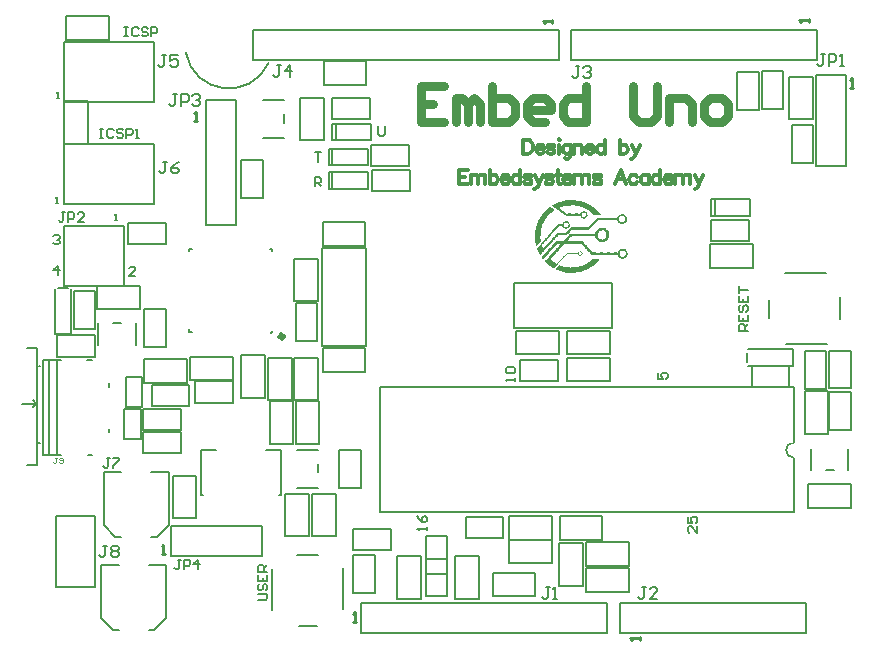
<source format=gto>
G04*
G04 #@! TF.GenerationSoftware,Altium Limited,Altium Designer,20.0.13 (296)*
G04*
G04 Layer_Color=65535*
%FSLAX44Y44*%
%MOMM*%
G71*
G01*
G75*
%ADD10C,0.5000*%
%ADD11C,0.2000*%
%ADD12C,0.2100*%
%ADD13C,0.3000*%
%ADD14C,0.1270*%
%ADD15C,0.8000*%
%ADD16C,0.2540*%
%ADD17C,0.1000*%
G36*
X446465Y376323D02*
X446692D01*
Y376095D01*
X446920D01*
Y376323D01*
X447148D01*
Y376095D01*
X447375D01*
Y376323D01*
X447603D01*
Y376095D01*
X448286D01*
Y375867D01*
X448514D01*
Y376095D01*
X448741D01*
Y375867D01*
X448969D01*
Y375639D01*
X449197D01*
Y375867D01*
X449425D01*
Y375639D01*
X450563D01*
Y375412D01*
X450791D01*
Y375639D01*
X451018D01*
Y375412D01*
X451246D01*
Y375184D01*
X451929D01*
Y374956D01*
X452157D01*
Y375184D01*
X452384D01*
Y374956D01*
X452612D01*
Y374729D01*
X453295D01*
Y374501D01*
X453523D01*
Y374729D01*
X453750D01*
Y374501D01*
X453978D01*
Y374273D01*
X454661D01*
Y374046D01*
X454889D01*
Y373818D01*
X455572D01*
Y373590D01*
X455800D01*
Y373363D01*
X456483D01*
Y373135D01*
X456710D01*
Y372907D01*
X457393D01*
Y372679D01*
X457621D01*
Y372452D01*
X458304D01*
Y372224D01*
X458532D01*
Y371996D01*
X458760D01*
Y371769D01*
X458987D01*
Y371541D01*
X459670D01*
Y371313D01*
X459898D01*
Y371086D01*
X460126D01*
Y370858D01*
X460353D01*
Y370630D01*
X461036D01*
Y370403D01*
X461264D01*
Y370175D01*
X461492D01*
Y369947D01*
X461720D01*
Y369720D01*
X461947D01*
Y369492D01*
X462175D01*
Y369264D01*
X462403D01*
Y369036D01*
X462630D01*
Y368809D01*
X463313D01*
Y368581D01*
Y368353D01*
X463769D01*
Y368126D01*
Y367898D01*
X464224D01*
Y367670D01*
Y367443D01*
X464679D01*
Y367215D01*
Y366987D01*
X465135D01*
Y366760D01*
Y366532D01*
X465590D01*
Y366304D01*
Y366077D01*
X465818D01*
Y365849D01*
Y365621D01*
X466046D01*
Y365393D01*
X466273D01*
Y365166D01*
X466501D01*
Y364938D01*
X466729D01*
Y364710D01*
X466956D01*
Y364483D01*
X467184D01*
Y364255D01*
X467412D01*
Y364027D01*
X467184D01*
Y363800D01*
X466956D01*
Y364027D01*
X466729D01*
Y363800D01*
X466501D01*
Y364027D01*
X466273D01*
Y363800D01*
X466046D01*
Y364027D01*
X465818D01*
Y363800D01*
X465590D01*
Y364027D01*
X465363D01*
Y363800D01*
X465135D01*
Y364027D01*
X464907D01*
Y363800D01*
X464679D01*
Y364027D01*
X464452D01*
Y363800D01*
X464224D01*
Y364027D01*
X463996D01*
Y363800D01*
X463769D01*
Y364027D01*
X463541D01*
Y363800D01*
X463313D01*
Y364027D01*
X463086D01*
Y363800D01*
X462858D01*
Y364027D01*
X462630D01*
Y363800D01*
X462403D01*
Y364027D01*
X462175D01*
Y363800D01*
X461947D01*
Y364027D01*
X461720D01*
Y363800D01*
X461492D01*
Y364027D01*
X461264D01*
Y364255D01*
X461036D01*
Y364483D01*
X460809D01*
Y364710D01*
X460581D01*
Y364938D01*
X460353D01*
Y365166D01*
X460126D01*
Y365393D01*
X459898D01*
Y365621D01*
X459670D01*
Y365849D01*
X459443D01*
Y366077D01*
X458987D01*
Y366304D01*
X458532D01*
Y366532D01*
X458304D01*
Y366760D01*
X458077D01*
Y366987D01*
X457849D01*
Y367215D01*
X457166D01*
Y367443D01*
X457393D01*
Y367670D01*
X456710D01*
Y367898D01*
X456483D01*
Y368126D01*
X455800D01*
Y368353D01*
X455572D01*
Y368581D01*
X455344D01*
Y368809D01*
X455117D01*
Y369036D01*
X454889D01*
Y368809D01*
X454661D01*
Y369036D01*
X454434D01*
Y369264D01*
X454206D01*
Y369492D01*
X453523D01*
Y369720D01*
X453295D01*
Y369947D01*
X453068D01*
Y369720D01*
X452840D01*
Y369947D01*
X452612D01*
Y370175D01*
X452384D01*
Y369947D01*
X452157D01*
Y370175D01*
X451929D01*
Y370403D01*
X451246D01*
Y370630D01*
X450563D01*
Y370858D01*
X449880D01*
Y371086D01*
X449652D01*
Y370858D01*
X449425D01*
Y371086D01*
X449197D01*
Y371313D01*
X448969D01*
Y371086D01*
X448741D01*
Y371313D01*
X448058D01*
Y371541D01*
X447831D01*
Y371313D01*
X447603D01*
Y371541D01*
X446920D01*
Y371769D01*
X446692D01*
Y371541D01*
X446465D01*
Y371769D01*
X445326D01*
Y371996D01*
X445098D01*
Y371769D01*
X444871D01*
Y371996D01*
X444643D01*
Y371769D01*
X444415D01*
Y371996D01*
X444188D01*
Y371769D01*
X443960D01*
Y371996D01*
X443732D01*
Y371769D01*
X443505D01*
Y371996D01*
X442822D01*
Y372224D01*
X442594D01*
Y371996D01*
X442822D01*
Y371769D01*
X442594D01*
Y371996D01*
X441911D01*
Y372224D01*
X441683D01*
Y371996D01*
X441911D01*
Y371769D01*
X441683D01*
Y371996D01*
X441455D01*
Y371769D01*
X441228D01*
Y371996D01*
X441000D01*
Y371769D01*
X440772D01*
Y371996D01*
X440545D01*
Y371769D01*
X440317D01*
Y371996D01*
X440089D01*
Y371769D01*
X439862D01*
Y371996D01*
X439634D01*
Y371769D01*
X438495D01*
Y371541D01*
X438268D01*
Y371769D01*
X438040D01*
Y371541D01*
X437812D01*
Y371769D01*
X437585D01*
Y371541D01*
X437357D01*
Y371313D01*
X437129D01*
Y371541D01*
X436902D01*
Y371313D01*
X436219D01*
Y371086D01*
X435991D01*
Y371313D01*
X435763D01*
Y371086D01*
X435536D01*
Y370858D01*
X435308D01*
Y371086D01*
X435080D01*
Y370858D01*
X434397D01*
Y370630D01*
X434169D01*
Y370403D01*
X433942D01*
Y370630D01*
X433714D01*
Y370403D01*
X433031D01*
Y370175D01*
X432803D01*
Y369947D01*
X432120D01*
Y369720D01*
X432348D01*
Y369492D01*
X432576D01*
Y369264D01*
X432803D01*
Y369036D01*
X433031D01*
Y368809D01*
X433259D01*
Y368581D01*
X433486D01*
Y368353D01*
X434169D01*
Y368126D01*
X434397D01*
Y367898D01*
X434625D01*
Y367670D01*
X434852D01*
Y367443D01*
X435536D01*
Y367215D01*
X435763D01*
Y366987D01*
X435991D01*
Y366760D01*
X436219D01*
Y366532D01*
X436446D01*
Y366304D01*
X436674D01*
Y366077D01*
X437357D01*
Y365849D01*
X437585D01*
Y365621D01*
X437812D01*
Y365393D01*
X438040D01*
Y365166D01*
X438268D01*
Y364938D01*
X438495D01*
Y365166D01*
X438723D01*
Y364938D01*
X438951D01*
Y365166D01*
X439179D01*
Y364938D01*
X439406D01*
Y365166D01*
X439634D01*
Y364938D01*
X439862D01*
Y365166D01*
X440089D01*
Y364938D01*
X440317D01*
Y365166D01*
X440545D01*
Y364938D01*
X440772D01*
Y365166D01*
X441000D01*
Y364938D01*
X441228D01*
Y365166D01*
X441455D01*
Y364938D01*
X441683D01*
Y365166D01*
X441911D01*
Y364938D01*
X442138D01*
Y365166D01*
X442366D01*
Y364938D01*
X442594D01*
Y365166D01*
X442822D01*
Y364938D01*
X443049D01*
Y365166D01*
X443277D01*
Y364938D01*
X443505D01*
Y365166D01*
X443732D01*
Y364938D01*
X443960D01*
Y365166D01*
X444188D01*
Y364938D01*
X444415D01*
Y365166D01*
X444643D01*
Y364938D01*
X444871D01*
Y365166D01*
X445098D01*
Y364938D01*
X445326D01*
Y365166D01*
X445554D01*
Y364938D01*
X445782D01*
Y365166D01*
X446009D01*
Y364938D01*
X446237D01*
Y365166D01*
X446465D01*
Y364938D01*
X446692D01*
Y365166D01*
X446920D01*
Y364938D01*
X447148D01*
Y365166D01*
X447375D01*
Y364938D01*
X447603D01*
Y365166D01*
X447831D01*
Y364938D01*
X448058D01*
Y365166D01*
X448286D01*
Y364938D01*
X448514D01*
Y365166D01*
X448741D01*
Y364938D01*
X448969D01*
Y365166D01*
X449197D01*
Y364938D01*
X449425D01*
Y365166D01*
X449652D01*
Y364938D01*
X449880D01*
Y365166D01*
X450335D01*
Y365393D01*
Y365621D01*
X450563D01*
Y365849D01*
X450791D01*
Y366077D01*
X451018D01*
Y366304D01*
X451246D01*
Y366532D01*
X451929D01*
Y366760D01*
X452157D01*
Y366987D01*
X453750D01*
Y366760D01*
X453978D01*
Y366987D01*
X454206D01*
Y366760D01*
X454434D01*
Y366532D01*
X454889D01*
Y366304D01*
Y366077D01*
X455344D01*
Y365849D01*
Y365621D01*
X455800D01*
Y365393D01*
Y365166D01*
X456027D01*
Y364938D01*
Y364710D01*
Y364483D01*
Y364255D01*
Y364027D01*
X456255D01*
Y363800D01*
X456027D01*
Y363572D01*
X456255D01*
Y363344D01*
X456027D01*
Y363117D01*
Y362889D01*
Y362661D01*
X455800D01*
Y362434D01*
X455572D01*
Y362206D01*
X455344D01*
Y361978D01*
X455572D01*
Y361750D01*
X454889D01*
Y361523D01*
X455117D01*
Y361295D01*
X454889D01*
Y361523D01*
X454661D01*
Y361295D01*
X454434D01*
Y361067D01*
X454206D01*
Y360840D01*
X453978D01*
Y361067D01*
X453750D01*
Y360840D01*
X452157D01*
Y361067D01*
X451929D01*
Y361295D01*
X451246D01*
Y361523D01*
X451018D01*
Y361750D01*
X450791D01*
Y361978D01*
X450563D01*
Y362206D01*
X450335D01*
Y362434D01*
Y362661D01*
Y362889D01*
X450107D01*
Y363117D01*
X449880D01*
Y363344D01*
X449652D01*
Y363117D01*
X449425D01*
Y363344D01*
X448741D01*
Y363117D01*
X448514D01*
Y363344D01*
X447831D01*
Y363117D01*
X447603D01*
Y363344D01*
X446920D01*
Y363117D01*
X446692D01*
Y363344D01*
X446009D01*
Y363117D01*
X445782D01*
Y363344D01*
X445098D01*
Y363117D01*
X444871D01*
Y363344D01*
X444188D01*
Y363117D01*
X443960D01*
Y363344D01*
X443277D01*
Y363117D01*
X443049D01*
Y363344D01*
X442366D01*
Y363117D01*
X442138D01*
Y363344D01*
X441455D01*
Y363117D01*
X441228D01*
Y363344D01*
X440545D01*
Y363117D01*
X440317D01*
Y363344D01*
X439634D01*
Y363117D01*
X439406D01*
Y363344D01*
X438723D01*
Y363117D01*
X438495D01*
Y363344D01*
X437812D01*
Y363572D01*
X437129D01*
Y363800D01*
X436902D01*
Y364027D01*
X436674D01*
Y364255D01*
X436446D01*
Y364483D01*
X435991D01*
Y364710D01*
X435763D01*
Y364938D01*
X435308D01*
Y365166D01*
X435080D01*
Y365393D01*
X434852D01*
Y365621D01*
X434625D01*
Y365849D01*
X433942D01*
Y366077D01*
X433714D01*
Y366304D01*
X433486D01*
Y366532D01*
X433259D01*
Y366760D01*
X433031D01*
Y366987D01*
X432576D01*
Y367215D01*
X432120D01*
Y367443D01*
X431893D01*
Y367670D01*
X431665D01*
Y367898D01*
X431437D01*
Y368126D01*
X430754D01*
Y368353D01*
X430526D01*
Y368581D01*
X430299D01*
Y368809D01*
X430071D01*
Y369036D01*
X429388D01*
Y369264D01*
X429160D01*
Y369492D01*
X428933D01*
Y369720D01*
X428705D01*
Y369947D01*
X428022D01*
Y370175D01*
X427794D01*
Y370403D01*
X427566D01*
Y370630D01*
X427339D01*
Y370858D01*
X427111D01*
Y371086D01*
X426883D01*
Y371313D01*
X426200D01*
Y371541D01*
X425973D01*
Y371769D01*
X426200D01*
Y371996D01*
X426428D01*
Y372224D01*
X426656D01*
Y372452D01*
X427339D01*
Y372679D01*
X427566D01*
Y372907D01*
X428250D01*
Y373135D01*
X428477D01*
Y373363D01*
X429160D01*
Y373590D01*
X429388D01*
Y373818D01*
X430071D01*
Y374046D01*
X430299D01*
Y374273D01*
X430982D01*
Y374501D01*
X431209D01*
Y374273D01*
X431437D01*
Y374501D01*
X431665D01*
Y374729D01*
X432348D01*
Y374956D01*
X433031D01*
Y375184D01*
X433714D01*
Y375412D01*
X433942D01*
Y375184D01*
X434169D01*
Y375412D01*
X434397D01*
Y375639D01*
X435536D01*
Y375867D01*
X436219D01*
Y376095D01*
X436446D01*
Y375867D01*
X436674D01*
Y376095D01*
X437357D01*
Y376323D01*
X437585D01*
Y376095D01*
X437812D01*
Y376323D01*
X438040D01*
Y376095D01*
X438268D01*
Y376323D01*
X438951D01*
Y376550D01*
X439179D01*
Y376323D01*
X439406D01*
Y376550D01*
X439634D01*
Y376323D01*
X439862D01*
Y376550D01*
X445098D01*
Y376323D01*
X445326D01*
Y376550D01*
X445554D01*
Y376323D01*
X445782D01*
Y376550D01*
X446009D01*
Y376323D01*
X446237D01*
Y376550D01*
X446465D01*
Y376323D01*
D02*
G37*
G36*
X486082Y364483D02*
X486310D01*
Y364255D01*
X486538D01*
Y364483D01*
X486765D01*
Y364255D01*
X487448D01*
Y364027D01*
X487676D01*
Y363800D01*
X487904D01*
Y363572D01*
X488131D01*
Y363344D01*
X488359D01*
Y363117D01*
X488587D01*
Y362889D01*
X488814D01*
Y362661D01*
X489042D01*
Y362434D01*
X489270D01*
Y362206D01*
X489042D01*
Y361978D01*
X489270D01*
Y361750D01*
X489497D01*
Y361523D01*
Y361295D01*
Y361067D01*
X489725D01*
Y360840D01*
X489497D01*
Y360612D01*
X489725D01*
Y360384D01*
X489497D01*
Y360157D01*
X489725D01*
Y359929D01*
X489497D01*
Y359701D01*
X489725D01*
Y359474D01*
X489497D01*
Y359246D01*
Y359018D01*
Y358791D01*
X489270D01*
Y358563D01*
X489042D01*
Y358335D01*
X489270D01*
Y358107D01*
X489042D01*
Y357880D01*
X488814D01*
Y357652D01*
X488587D01*
Y357424D01*
X488359D01*
Y357197D01*
X488131D01*
Y356969D01*
X487904D01*
Y356741D01*
X487220D01*
Y356514D01*
X487448D01*
Y356286D01*
X487220D01*
Y356514D01*
X486993D01*
Y356286D01*
X486310D01*
Y356058D01*
X486082D01*
Y356286D01*
X485854D01*
Y356058D01*
X485171D01*
Y355831D01*
X484944D01*
Y356058D01*
X484261D01*
Y356286D01*
X483578D01*
Y356514D01*
X483350D01*
Y356741D01*
X482667D01*
Y356969D01*
X482439D01*
Y357197D01*
X482211D01*
Y357424D01*
X481984D01*
Y357652D01*
X481756D01*
Y357880D01*
Y358107D01*
X481528D01*
Y358335D01*
Y358563D01*
X481301D01*
Y358791D01*
Y359018D01*
Y359246D01*
X481073D01*
Y359474D01*
X465363D01*
Y359246D01*
X465135D01*
Y359018D01*
X464907D01*
Y358791D01*
X464679D01*
Y358563D01*
X464452D01*
Y358335D01*
X464224D01*
Y358107D01*
X463996D01*
Y357880D01*
X463769D01*
Y357652D01*
X463541D01*
Y357424D01*
X463313D01*
Y357197D01*
X463086D01*
Y356969D01*
X462858D01*
Y356741D01*
X462630D01*
Y356514D01*
X462403D01*
Y356286D01*
X461947D01*
Y356058D01*
X461720D01*
Y355831D01*
X461492D01*
Y355603D01*
X461264D01*
Y355375D01*
X460809D01*
Y355148D01*
Y354920D01*
X460353D01*
Y354692D01*
Y354464D01*
X459898D01*
Y354237D01*
X459670D01*
Y354009D01*
X459443D01*
Y353781D01*
X459215D01*
Y353554D01*
X458987D01*
Y353326D01*
X458760D01*
Y353098D01*
X458532D01*
Y352871D01*
X458304D01*
Y352643D01*
X458077D01*
Y352415D01*
X457849D01*
Y352188D01*
X457621D01*
Y351960D01*
X457393D01*
Y351732D01*
X457166D01*
Y351505D01*
X456938D01*
Y351277D01*
X456710D01*
Y351505D01*
X456483D01*
Y351277D01*
X456255D01*
Y351505D01*
X456027D01*
Y351277D01*
X455800D01*
Y351505D01*
X455572D01*
Y351277D01*
X454889D01*
Y351505D01*
X454661D01*
Y351277D01*
X453978D01*
Y351505D01*
X453750D01*
Y351277D01*
X453068D01*
Y351505D01*
X452840D01*
Y351277D01*
X452612D01*
Y351505D01*
X452384D01*
Y351277D01*
X452157D01*
Y351505D01*
X451929D01*
Y351277D01*
X451246D01*
Y351505D01*
X451018D01*
Y351277D01*
X450335D01*
Y351505D01*
X450107D01*
Y351277D01*
X449425D01*
Y351505D01*
X449197D01*
Y351277D01*
X448969D01*
Y351505D01*
X448741D01*
Y351277D01*
X448514D01*
Y351505D01*
X448286D01*
Y351277D01*
X447603D01*
Y351505D01*
X447375D01*
Y351277D01*
X446692D01*
Y351505D01*
X446465D01*
Y351277D01*
X445782D01*
Y351505D01*
X445554D01*
Y351277D01*
X445326D01*
Y351505D01*
X445098D01*
Y351277D01*
X444871D01*
Y351505D01*
X444643D01*
Y351277D01*
X443960D01*
Y351505D01*
X443732D01*
Y351277D01*
X443049D01*
Y351505D01*
X442822D01*
Y351277D01*
X442594D01*
Y351049D01*
X442366D01*
Y350821D01*
X442138D01*
Y350594D01*
X441911D01*
Y350366D01*
X441683D01*
Y350138D01*
X441455D01*
Y349911D01*
X441228D01*
Y349683D01*
X441000D01*
Y349455D01*
X440772D01*
Y349228D01*
X441000D01*
Y349000D01*
X440317D01*
Y348772D01*
X440545D01*
Y348545D01*
X439862D01*
Y348317D01*
X440089D01*
Y348089D01*
X439634D01*
Y347862D01*
Y347634D01*
X439179D01*
Y347406D01*
Y347178D01*
X438951D01*
Y346951D01*
X438723D01*
Y346723D01*
X438495D01*
Y346951D01*
X438268D01*
Y346723D01*
X438040D01*
Y346951D01*
X437812D01*
Y346723D01*
X437585D01*
Y346951D01*
X437357D01*
Y346723D01*
X437129D01*
Y346951D01*
X436902D01*
Y346723D01*
X436674D01*
Y346951D01*
X435991D01*
Y346723D01*
X435763D01*
Y346951D01*
X435080D01*
Y346723D01*
X434852D01*
Y346951D01*
X434169D01*
Y346723D01*
X433942D01*
Y346951D01*
X433259D01*
Y347178D01*
X433031D01*
Y346951D01*
X432348D01*
Y347178D01*
X432120D01*
Y346951D01*
X431893D01*
Y346723D01*
X431437D01*
Y346495D01*
Y346268D01*
X431209D01*
Y346040D01*
X430982D01*
Y345812D01*
X430754D01*
Y345585D01*
X430526D01*
Y345357D01*
X430299D01*
Y345129D01*
X430071D01*
Y344902D01*
X429843D01*
Y344674D01*
X429616D01*
Y344446D01*
X429388D01*
Y344218D01*
X429160D01*
Y343991D01*
X428933D01*
Y343763D01*
X428705D01*
Y343535D01*
X428477D01*
Y343308D01*
X428250D01*
Y343080D01*
X428022D01*
Y342852D01*
X427794D01*
Y342625D01*
X427566D01*
Y342397D01*
X427339D01*
Y342169D01*
X427111D01*
Y341942D01*
Y341714D01*
X426656D01*
Y341486D01*
Y341259D01*
X426200D01*
Y341031D01*
X426428D01*
Y340803D01*
X425973D01*
Y340576D01*
Y340348D01*
X425517D01*
Y340120D01*
Y339893D01*
X425062D01*
Y339665D01*
Y339437D01*
X424834D01*
Y339209D01*
X424607D01*
Y338982D01*
X424379D01*
Y338754D01*
X424151D01*
Y338526D01*
X423923D01*
Y338299D01*
X423696D01*
Y338071D01*
X423468D01*
Y337843D01*
X423240D01*
Y337616D01*
X423013D01*
Y337388D01*
X422785D01*
Y337160D01*
X422557D01*
Y336933D01*
X422330D01*
Y336705D01*
X422102D01*
Y336477D01*
X421874D01*
Y336250D01*
X421647D01*
Y336022D01*
X421419D01*
Y335794D01*
X421191D01*
Y335566D01*
Y335339D01*
X420736D01*
Y335111D01*
Y334883D01*
X420280D01*
Y334656D01*
Y334428D01*
X420053D01*
Y334200D01*
X419825D01*
Y333973D01*
X419597D01*
Y333745D01*
Y333517D01*
X419142D01*
Y333289D01*
Y333062D01*
X418914D01*
Y332834D01*
X418687D01*
Y332607D01*
X418459D01*
Y332379D01*
X418231D01*
Y332151D01*
X418004D01*
Y331923D01*
X417776D01*
Y331696D01*
X417548D01*
Y331468D01*
X417321D01*
Y331240D01*
X417093D01*
Y331013D01*
X416865D01*
Y330785D01*
X416637D01*
Y330557D01*
X416410D01*
Y330330D01*
X416182D01*
Y330102D01*
X415954D01*
Y330330D01*
X415727D01*
Y330557D01*
X415499D01*
Y330785D01*
X415271D01*
Y331013D01*
X415499D01*
Y331240D01*
X415271D01*
Y331468D01*
X415044D01*
Y331696D01*
Y331923D01*
Y332151D01*
X414816D01*
Y332379D01*
X414588D01*
Y332607D01*
X414361D01*
Y332834D01*
X414588D01*
Y333062D01*
X414361D01*
Y333289D01*
Y333517D01*
X414133D01*
Y333745D01*
Y333973D01*
X413905D01*
Y334200D01*
X413677D01*
Y334428D01*
X413450D01*
Y334656D01*
X413677D01*
Y334883D01*
X413450D01*
Y335111D01*
Y335339D01*
Y335566D01*
X413677D01*
Y335794D01*
X413450D01*
Y336022D01*
X413677D01*
Y336250D01*
X413905D01*
Y336477D01*
X414133D01*
Y336705D01*
X414361D01*
Y336933D01*
X414588D01*
Y337160D01*
X414816D01*
Y337388D01*
X415044D01*
Y337616D01*
X415271D01*
Y337843D01*
X415499D01*
Y338071D01*
X415727D01*
Y338299D01*
X415954D01*
Y338526D01*
Y338754D01*
X416410D01*
Y338982D01*
X416182D01*
Y339209D01*
X416637D01*
Y339437D01*
Y339665D01*
X417093D01*
Y339893D01*
Y340120D01*
X417321D01*
Y340348D01*
X417548D01*
Y340576D01*
X417776D01*
Y340803D01*
X418004D01*
Y341031D01*
X418231D01*
Y341259D01*
X418459D01*
Y341486D01*
X418687D01*
Y341714D01*
X418914D01*
Y341942D01*
X419142D01*
Y342169D01*
X419370D01*
Y342397D01*
X419597D01*
Y342625D01*
Y342852D01*
X420053D01*
Y343080D01*
Y343308D01*
Y343535D01*
X420280D01*
Y343763D01*
X420508D01*
Y343991D01*
X420736D01*
Y344218D01*
X420964D01*
Y344446D01*
X421191D01*
Y344674D01*
X421419D01*
Y344902D01*
X421647D01*
Y345129D01*
X421874D01*
Y345357D01*
X422102D01*
Y345585D01*
X422330D01*
Y345812D01*
Y346040D01*
X422785D01*
Y346268D01*
X422557D01*
Y346495D01*
X423013D01*
Y346723D01*
Y346951D01*
X423468D01*
Y347178D01*
Y347406D01*
X423696D01*
Y347634D01*
X423923D01*
Y347862D01*
X424151D01*
Y348089D01*
X424379D01*
Y348317D01*
X424607D01*
Y348545D01*
X424834D01*
Y348772D01*
X425062D01*
Y349000D01*
X425290D01*
Y349228D01*
X425517D01*
Y349455D01*
X425745D01*
Y349683D01*
X425973D01*
Y349911D01*
Y350138D01*
X426428D01*
Y350366D01*
X426200D01*
Y350594D01*
X426428D01*
Y350821D01*
X426656D01*
Y351049D01*
X426883D01*
Y351277D01*
X427111D01*
Y351505D01*
X427339D01*
Y351732D01*
X427566D01*
Y351960D01*
X427794D01*
Y352188D01*
X428022D01*
Y352415D01*
X428250D01*
Y352643D01*
X428477D01*
Y352871D01*
X428705D01*
Y353098D01*
Y353326D01*
X429160D01*
Y353554D01*
X428933D01*
Y353781D01*
X429388D01*
Y354009D01*
Y354237D01*
X429843D01*
Y354464D01*
Y354692D01*
X430071D01*
Y354920D01*
X430299D01*
Y355148D01*
X430526D01*
Y355375D01*
X430754D01*
Y355603D01*
X430982D01*
Y355831D01*
X431209D01*
Y356058D01*
X431893D01*
Y356286D01*
X432120D01*
Y356058D01*
X433714D01*
Y356286D01*
X433942D01*
Y356058D01*
X435080D01*
Y356286D01*
X434852D01*
Y356514D01*
X435080D01*
Y356741D01*
Y356969D01*
X435308D01*
Y357197D01*
Y357424D01*
X435536D01*
Y357652D01*
X435763D01*
Y357880D01*
X436219D01*
Y358107D01*
X436674D01*
Y358335D01*
X437357D01*
Y358563D01*
X437585D01*
Y358335D01*
X437812D01*
Y358563D01*
X438040D01*
Y358335D01*
X438268D01*
Y358563D01*
X438495D01*
Y358335D01*
X439634D01*
Y358107D01*
X439862D01*
Y357880D01*
X440089D01*
Y357652D01*
X440317D01*
Y357424D01*
X440545D01*
Y357197D01*
X440772D01*
Y356969D01*
Y356741D01*
Y356514D01*
X441000D01*
Y356286D01*
X441228D01*
Y356058D01*
X441000D01*
Y355831D01*
X441228D01*
Y355603D01*
Y355375D01*
Y355148D01*
X441000D01*
Y354920D01*
X441228D01*
Y354692D01*
X441000D01*
Y354464D01*
Y354237D01*
Y354009D01*
X440772D01*
Y353781D01*
Y353554D01*
X440545D01*
Y353326D01*
Y353098D01*
X440089D01*
Y352871D01*
Y352643D01*
X439406D01*
Y352415D01*
X439179D01*
Y352188D01*
X438040D01*
Y351960D01*
X437812D01*
Y352188D01*
X436674D01*
Y352415D01*
X436446D01*
Y352643D01*
X435991D01*
Y352871D01*
Y353098D01*
X435536D01*
Y353326D01*
Y353554D01*
X435308D01*
Y353781D01*
X435080D01*
Y354009D01*
X434852D01*
Y354237D01*
X435080D01*
Y354464D01*
X431665D01*
Y354237D01*
Y354009D01*
X431209D01*
Y353781D01*
Y353554D01*
X430982D01*
Y353326D01*
Y353098D01*
X430754D01*
Y352871D01*
X430526D01*
Y352643D01*
X430299D01*
Y352415D01*
X430071D01*
Y352188D01*
X429843D01*
Y351960D01*
X429616D01*
Y351732D01*
X429388D01*
Y351505D01*
X429160D01*
Y351277D01*
X428933D01*
Y351049D01*
X428705D01*
Y350821D01*
X428477D01*
Y350594D01*
X428250D01*
Y350366D01*
X428022D01*
Y350138D01*
X428250D01*
Y349911D01*
X427794D01*
Y349683D01*
Y349455D01*
X427339D01*
Y349228D01*
Y349000D01*
X427111D01*
Y348772D01*
X426883D01*
Y348545D01*
X426656D01*
Y348317D01*
X426428D01*
Y348089D01*
X426200D01*
Y347862D01*
X425973D01*
Y347634D01*
X425745D01*
Y347406D01*
X425517D01*
Y347178D01*
X425290D01*
Y346951D01*
Y346723D01*
X424834D01*
Y346495D01*
Y346268D01*
X424607D01*
Y346040D01*
X424379D01*
Y345812D01*
X424151D01*
Y345585D01*
Y345357D01*
X423923D01*
Y345129D01*
X423696D01*
Y344902D01*
X423468D01*
Y344674D01*
X423240D01*
Y344446D01*
X423013D01*
Y344218D01*
X422785D01*
Y343991D01*
X422557D01*
Y343763D01*
X422330D01*
Y343535D01*
X422102D01*
Y343308D01*
X421874D01*
Y343080D01*
X421647D01*
Y342852D01*
Y342625D01*
X421191D01*
Y342397D01*
X421419D01*
Y342169D01*
X420736D01*
Y341942D01*
X420964D01*
Y341714D01*
X420508D01*
Y341486D01*
Y341259D01*
X420280D01*
Y341031D01*
X420053D01*
Y340803D01*
X419825D01*
Y340576D01*
X419597D01*
Y340348D01*
X419370D01*
Y340120D01*
X419142D01*
Y339893D01*
X418914D01*
Y339665D01*
X418687D01*
Y339437D01*
X418459D01*
Y339209D01*
Y338982D01*
X418004D01*
Y338754D01*
Y338526D01*
X417776D01*
Y338299D01*
Y338071D01*
X417548D01*
Y337843D01*
Y337616D01*
Y337388D01*
X417776D01*
Y337160D01*
X417548D01*
Y336933D01*
X417776D01*
Y336705D01*
X418004D01*
Y336477D01*
X418231D01*
Y336250D01*
X418004D01*
Y336022D01*
X418231D01*
Y335794D01*
Y335566D01*
X418914D01*
Y335794D01*
Y336022D01*
X419142D01*
Y336250D01*
X419370D01*
Y336477D01*
X419597D01*
Y336705D01*
X419825D01*
Y336933D01*
X420053D01*
Y337160D01*
X420280D01*
Y337388D01*
X420508D01*
Y337616D01*
X420736D01*
Y337843D01*
X420964D01*
Y338071D01*
X421191D01*
Y338299D01*
X421419D01*
Y338526D01*
X421647D01*
Y338754D01*
X421874D01*
Y338982D01*
X422102D01*
Y339209D01*
X422330D01*
Y339437D01*
X422557D01*
Y339665D01*
X422785D01*
Y339893D01*
X423013D01*
Y340120D01*
X423240D01*
Y340348D01*
X423468D01*
Y340576D01*
X423696D01*
Y340803D01*
Y341031D01*
X424151D01*
Y341259D01*
Y341486D01*
X424379D01*
Y341714D01*
Y341942D01*
X424834D01*
Y342169D01*
Y342397D01*
X425290D01*
Y342625D01*
Y342852D01*
X425745D01*
Y343080D01*
Y343308D01*
X425973D01*
Y343535D01*
X426200D01*
Y343763D01*
X426428D01*
Y343991D01*
X426656D01*
Y344218D01*
X426883D01*
Y344446D01*
X427111D01*
Y344674D01*
X427339D01*
Y344902D01*
X427566D01*
Y345129D01*
X427794D01*
Y345357D01*
X428022D01*
Y345585D01*
X428250D01*
Y345812D01*
X428477D01*
Y346040D01*
X428705D01*
Y346268D01*
X428933D01*
Y346495D01*
X429160D01*
Y346723D01*
X429388D01*
Y346951D01*
X429616D01*
Y347178D01*
X429843D01*
Y347406D01*
X430071D01*
Y347634D01*
X430299D01*
Y347862D01*
X430526D01*
Y348089D01*
Y348317D01*
X430982D01*
Y348545D01*
Y348772D01*
X433714D01*
Y348545D01*
X433942D01*
Y348772D01*
X434625D01*
Y348545D01*
X434852D01*
Y348772D01*
X435536D01*
Y348545D01*
X435763D01*
Y348772D01*
X435991D01*
Y348545D01*
X436219D01*
Y348772D01*
X436446D01*
Y348545D01*
X436674D01*
Y348772D01*
X436902D01*
Y348545D01*
X437129D01*
Y348772D01*
X437357D01*
Y348545D01*
X437585D01*
Y348772D01*
X438268D01*
Y349000D01*
Y349228D01*
X438723D01*
Y349455D01*
X438495D01*
Y349683D01*
X438951D01*
Y349911D01*
Y350138D01*
X439406D01*
Y350366D01*
Y350594D01*
X439862D01*
Y350821D01*
Y351049D01*
X440317D01*
Y351277D01*
Y351505D01*
X440545D01*
Y351732D01*
X440772D01*
Y351960D01*
X441000D01*
Y352188D01*
X441228D01*
Y352415D01*
X441455D01*
Y352643D01*
X441683D01*
Y352871D01*
X441911D01*
Y353098D01*
X442138D01*
Y353326D01*
X456483D01*
Y353554D01*
X456255D01*
Y353781D01*
X456938D01*
Y354009D01*
X457166D01*
Y354237D01*
X457393D01*
Y354464D01*
X457621D01*
Y354692D01*
X457849D01*
Y354920D01*
X458077D01*
Y355148D01*
X458304D01*
Y355375D01*
X458532D01*
Y355603D01*
X458760D01*
Y355831D01*
X458987D01*
Y356058D01*
X459215D01*
Y356286D01*
X459443D01*
Y356514D01*
X459670D01*
Y356741D01*
X459898D01*
Y356969D01*
X460126D01*
Y357197D01*
X460353D01*
Y357424D01*
X461036D01*
Y357652D01*
X460809D01*
Y357880D01*
X461492D01*
Y358107D01*
Y358335D01*
X461947D01*
Y358563D01*
X462175D01*
Y358791D01*
X462403D01*
Y359018D01*
X462630D01*
Y359246D01*
X462858D01*
Y359474D01*
X463086D01*
Y359701D01*
X463313D01*
Y359929D01*
X463541D01*
Y360157D01*
X463769D01*
Y360384D01*
X463996D01*
Y360612D01*
X464224D01*
Y360840D01*
X464452D01*
Y361067D01*
X465135D01*
Y361295D01*
X465363D01*
Y361067D01*
X465590D01*
Y361295D01*
X465818D01*
Y361067D01*
X466046D01*
Y361295D01*
X466273D01*
Y361067D01*
X466501D01*
Y361295D01*
X466729D01*
Y361067D01*
X466956D01*
Y361295D01*
X467184D01*
Y361067D01*
X467412D01*
Y361295D01*
X467640D01*
Y361067D01*
X467867D01*
Y361295D01*
X468095D01*
Y361067D01*
X468322D01*
Y361295D01*
X468550D01*
Y361067D01*
X468778D01*
Y361295D01*
X469006D01*
Y361067D01*
X469233D01*
Y361295D01*
X469461D01*
Y361067D01*
X469689D01*
Y361295D01*
X469916D01*
Y361067D01*
X470144D01*
Y361295D01*
X470372D01*
Y361067D01*
X470599D01*
Y361295D01*
X470827D01*
Y361067D01*
X471055D01*
Y361295D01*
X471282D01*
Y361067D01*
X471510D01*
Y361295D01*
X471738D01*
Y361067D01*
X471965D01*
Y361295D01*
X472193D01*
Y361067D01*
X472421D01*
Y361295D01*
X472649D01*
Y361067D01*
X472876D01*
Y361295D01*
X473104D01*
Y361067D01*
X473332D01*
Y361295D01*
X473559D01*
Y361067D01*
X473787D01*
Y361295D01*
X474015D01*
Y361067D01*
X474242D01*
Y361295D01*
X474470D01*
Y361067D01*
X474698D01*
Y361295D01*
X474925D01*
Y361067D01*
X475153D01*
Y361295D01*
X475381D01*
Y361067D01*
X475608D01*
Y361295D01*
X475836D01*
Y361067D01*
X476064D01*
Y361295D01*
X476292D01*
Y361067D01*
X476519D01*
Y361295D01*
X476747D01*
Y361067D01*
X476975D01*
Y361295D01*
X477202D01*
Y361067D01*
X477430D01*
Y361295D01*
X477658D01*
Y361067D01*
X477885D01*
Y361295D01*
X478113D01*
Y361067D01*
X478341D01*
Y361295D01*
X478568D01*
Y361067D01*
X478796D01*
Y361295D01*
X479024D01*
Y361067D01*
X479252D01*
Y361295D01*
X479479D01*
Y361067D01*
X479707D01*
Y361295D01*
X479935D01*
Y361067D01*
X480162D01*
Y361295D01*
X480390D01*
Y361067D01*
X480618D01*
Y361295D01*
X480845D01*
Y361067D01*
X481073D01*
Y361295D01*
X481301D01*
Y361523D01*
Y361750D01*
Y361978D01*
X481528D01*
Y362206D01*
Y362434D01*
X481756D01*
Y362661D01*
Y362889D01*
X481984D01*
Y363117D01*
X482211D01*
Y363344D01*
X482439D01*
Y363572D01*
X482667D01*
Y363800D01*
X483122D01*
Y364027D01*
X483578D01*
Y364255D01*
X483805D01*
Y364483D01*
X484033D01*
Y364255D01*
X484261D01*
Y364483D01*
X484488D01*
Y364710D01*
X484716D01*
Y364483D01*
X484944D01*
Y364710D01*
X485171D01*
Y364483D01*
X485399D01*
Y364710D01*
X485627D01*
Y364483D01*
X485854D01*
Y364710D01*
X486082D01*
Y364483D01*
D02*
G37*
G36*
X469006Y352871D02*
X470144D01*
Y352643D01*
X470372D01*
Y352871D01*
X470599D01*
Y352643D01*
X470827D01*
Y352415D01*
X471510D01*
Y352188D01*
X471738D01*
Y351960D01*
X472193D01*
Y351732D01*
Y351505D01*
X472649D01*
Y351277D01*
Y351049D01*
X473104D01*
Y350821D01*
Y350594D01*
X473559D01*
Y350366D01*
Y350138D01*
X473787D01*
Y349911D01*
X474015D01*
Y349683D01*
Y349455D01*
Y349228D01*
X474242D01*
Y349000D01*
Y348772D01*
Y348545D01*
X474470D01*
Y348317D01*
X474698D01*
Y348089D01*
X474470D01*
Y347862D01*
X474698D01*
Y347634D01*
X474470D01*
Y347406D01*
X474698D01*
Y347178D01*
X474470D01*
Y346951D01*
X474698D01*
Y346723D01*
X474470D01*
Y346495D01*
X474698D01*
Y346268D01*
X474470D01*
Y346040D01*
Y345812D01*
Y345585D01*
Y345357D01*
Y345129D01*
X474242D01*
Y344902D01*
X474015D01*
Y344674D01*
X474242D01*
Y344446D01*
X474015D01*
Y344218D01*
X473787D01*
Y343991D01*
X473559D01*
Y343763D01*
X473787D01*
Y343535D01*
X473559D01*
Y343308D01*
X473332D01*
Y343080D01*
X473104D01*
Y342852D01*
X472876D01*
Y342625D01*
X472649D01*
Y342397D01*
X472421D01*
Y342169D01*
X471738D01*
Y341942D01*
X471965D01*
Y341714D01*
X471282D01*
Y341486D01*
X471055D01*
Y341259D01*
X469916D01*
Y341031D01*
X469233D01*
Y340803D01*
X469006D01*
Y341031D01*
X468778D01*
Y340803D01*
X468550D01*
Y341031D01*
X468322D01*
Y340803D01*
X468095D01*
Y341031D01*
X467412D01*
Y341259D01*
X467184D01*
Y341031D01*
X466956D01*
Y341259D01*
X466273D01*
Y341486D01*
X466046D01*
Y341714D01*
X465363D01*
Y341942D01*
X465135D01*
Y342169D01*
X464907D01*
Y342397D01*
X464679D01*
Y342625D01*
X464224D01*
Y342852D01*
Y343080D01*
X463996D01*
Y343308D01*
X463769D01*
Y343535D01*
X463541D01*
Y343763D01*
X463313D01*
Y343991D01*
X463086D01*
Y344218D01*
X463313D01*
Y344446D01*
X463086D01*
Y344674D01*
X462858D01*
Y344902D01*
Y345129D01*
Y345357D01*
X462630D01*
Y345585D01*
X462858D01*
Y345812D01*
X462630D01*
Y346040D01*
X462403D01*
Y345812D01*
X462175D01*
Y346040D01*
X461947D01*
Y345812D01*
X461720D01*
Y346040D01*
X461492D01*
Y345812D01*
X461264D01*
Y346040D01*
X461036D01*
Y345812D01*
X460809D01*
Y346040D01*
X460581D01*
Y345812D01*
X460353D01*
Y346040D01*
X460126D01*
Y345812D01*
X459898D01*
Y346040D01*
X459670D01*
Y345812D01*
X459443D01*
Y346040D01*
X459215D01*
Y345812D01*
X458987D01*
Y346040D01*
X458760D01*
Y345812D01*
X458532D01*
Y346040D01*
X458304D01*
Y345812D01*
X458077D01*
Y346040D01*
X457849D01*
Y345812D01*
X457621D01*
Y346040D01*
X457393D01*
Y345812D01*
X457166D01*
Y346040D01*
X456938D01*
Y345812D01*
X456710D01*
Y346040D01*
X456483D01*
Y345812D01*
X456255D01*
Y346040D01*
X456027D01*
Y345812D01*
X455800D01*
Y346040D01*
X455572D01*
Y345812D01*
X455344D01*
Y346040D01*
X455117D01*
Y345812D01*
X454889D01*
Y346040D01*
X454661D01*
Y345812D01*
X454434D01*
Y346040D01*
X454206D01*
Y345812D01*
X453978D01*
Y346040D01*
X453750D01*
Y345812D01*
X453523D01*
Y346040D01*
X453295D01*
Y345812D01*
X453068D01*
Y346040D01*
X452840D01*
Y345812D01*
X452612D01*
Y346040D01*
X452384D01*
Y345812D01*
X452157D01*
Y346040D01*
X451929D01*
Y345812D01*
X451701D01*
Y346040D01*
X451474D01*
Y345812D01*
X451246D01*
Y346040D01*
X451018D01*
Y345812D01*
X450791D01*
Y346040D01*
X450563D01*
Y345812D01*
X450335D01*
Y346040D01*
X450107D01*
Y345812D01*
X449880D01*
Y346040D01*
X449652D01*
Y345812D01*
X449425D01*
Y346040D01*
X449197D01*
Y345812D01*
X448969D01*
Y346040D01*
X448741D01*
Y345812D01*
X448514D01*
Y346040D01*
X448286D01*
Y345812D01*
X448058D01*
Y346040D01*
X447831D01*
Y345812D01*
X447603D01*
Y346040D01*
X447375D01*
Y345812D01*
X447148D01*
Y346040D01*
X446920D01*
Y345812D01*
X446692D01*
Y346040D01*
X446465D01*
Y345812D01*
X446237D01*
Y346040D01*
X446009D01*
Y345812D01*
X445782D01*
Y346040D01*
X445554D01*
Y345812D01*
X445326D01*
Y346040D01*
X445098D01*
Y345812D01*
X444871D01*
Y346040D01*
X444643D01*
Y345812D01*
X444415D01*
Y346040D01*
X444188D01*
Y345812D01*
X443960D01*
Y346040D01*
X443732D01*
Y345812D01*
X443505D01*
Y346040D01*
X443277D01*
Y345812D01*
X443049D01*
Y346040D01*
X442822D01*
Y345812D01*
X442594D01*
Y345585D01*
X442366D01*
Y345357D01*
X442138D01*
Y345129D01*
X441911D01*
Y344902D01*
X441683D01*
Y344674D01*
X441455D01*
Y344446D01*
X441228D01*
Y344218D01*
X441000D01*
Y343991D01*
X440772D01*
Y343763D01*
X440545D01*
Y343535D01*
X440317D01*
Y343308D01*
X440089D01*
Y343080D01*
X439862D01*
Y342852D01*
X439634D01*
Y342625D01*
X439406D01*
Y342397D01*
Y342169D01*
X438951D01*
Y341942D01*
X439179D01*
Y341714D01*
X438495D01*
Y341486D01*
X452384D01*
Y341259D01*
X452157D01*
Y341031D01*
X452612D01*
Y340803D01*
Y340576D01*
X452840D01*
Y340348D01*
X453068D01*
Y340120D01*
X453295D01*
Y339893D01*
X453523D01*
Y339665D01*
X453750D01*
Y339437D01*
X453978D01*
Y339209D01*
X454206D01*
Y338982D01*
X454434D01*
Y338754D01*
X454661D01*
Y338526D01*
X454889D01*
Y338299D01*
X455117D01*
Y338071D01*
X455344D01*
Y337843D01*
X455572D01*
Y337616D01*
Y337388D01*
X456027D01*
Y337160D01*
Y336933D01*
X456255D01*
Y336705D01*
Y336477D01*
X456710D01*
Y336250D01*
Y336022D01*
X457166D01*
Y335794D01*
Y335566D01*
X457393D01*
Y335339D01*
X457621D01*
Y335111D01*
X457849D01*
Y334883D01*
X458077D01*
Y334656D01*
X458304D01*
Y334428D01*
X458532D01*
Y334200D01*
X458760D01*
Y333973D01*
X458987D01*
Y333745D01*
X459215D01*
Y333517D01*
X459443D01*
Y333289D01*
X459670D01*
Y333062D01*
X459898D01*
Y332834D01*
X460126D01*
Y332607D01*
X460353D01*
Y332379D01*
X460581D01*
Y332151D01*
X460809D01*
Y331923D01*
X461036D01*
Y332151D01*
X461264D01*
Y331923D01*
X461492D01*
Y332151D01*
X461720D01*
Y331923D01*
X461947D01*
Y332151D01*
X462175D01*
Y331923D01*
X462403D01*
Y332151D01*
X462630D01*
Y331923D01*
X462858D01*
Y332151D01*
X463086D01*
Y331923D01*
X463313D01*
Y332151D01*
X463541D01*
Y331923D01*
X463769D01*
Y332151D01*
X463996D01*
Y331923D01*
X464224D01*
Y332151D01*
X464452D01*
Y331923D01*
X464679D01*
Y332151D01*
X464907D01*
Y331923D01*
X465135D01*
Y332151D01*
X465363D01*
Y331923D01*
X465590D01*
Y332151D01*
X465818D01*
Y331923D01*
X466046D01*
Y332151D01*
X466273D01*
Y331923D01*
X466501D01*
Y332151D01*
X466729D01*
Y331923D01*
X466956D01*
Y332151D01*
X467184D01*
Y331923D01*
X467412D01*
Y332151D01*
X467640D01*
Y331923D01*
X467867D01*
Y332151D01*
X468095D01*
Y331923D01*
X468322D01*
Y332151D01*
X468550D01*
Y331923D01*
X468778D01*
Y332151D01*
X469006D01*
Y331923D01*
X469233D01*
Y332151D01*
X469461D01*
Y331923D01*
X469689D01*
Y332151D01*
X469916D01*
Y331923D01*
X470144D01*
Y332151D01*
X470372D01*
Y331923D01*
X470599D01*
Y332151D01*
X470827D01*
Y331923D01*
X471055D01*
Y332151D01*
X471282D01*
Y331923D01*
X471510D01*
Y332151D01*
X471738D01*
Y331923D01*
X471965D01*
Y332151D01*
X472193D01*
Y331923D01*
X472421D01*
Y332151D01*
X472649D01*
Y331923D01*
X472876D01*
Y332151D01*
X473104D01*
Y331923D01*
X473332D01*
Y332151D01*
X473559D01*
Y331923D01*
X473787D01*
Y332151D01*
X474015D01*
Y331923D01*
X474242D01*
Y332151D01*
X474470D01*
Y331923D01*
X474698D01*
Y332151D01*
X474925D01*
Y331923D01*
X475153D01*
Y332151D01*
X475381D01*
Y331923D01*
X475608D01*
Y332151D01*
X475836D01*
Y331923D01*
X476064D01*
Y332151D01*
X476292D01*
Y331923D01*
X476519D01*
Y332151D01*
X476747D01*
Y331923D01*
X476975D01*
Y332151D01*
X477202D01*
Y331923D01*
X477430D01*
Y332151D01*
X477658D01*
Y331923D01*
X477885D01*
Y332151D01*
X478113D01*
Y331923D01*
X478341D01*
Y332151D01*
X478568D01*
Y331923D01*
X478796D01*
Y332151D01*
X479024D01*
Y331923D01*
X479252D01*
Y332151D01*
X479479D01*
Y331923D01*
X479707D01*
Y332151D01*
X479935D01*
Y331923D01*
X480162D01*
Y332151D01*
X480390D01*
Y331923D01*
X480618D01*
Y332151D01*
X480845D01*
Y331923D01*
X481073D01*
Y332151D01*
X481301D01*
Y331923D01*
X481528D01*
Y332151D01*
X481756D01*
Y331923D01*
X481984D01*
Y332151D01*
X481756D01*
Y332379D01*
X481984D01*
Y332607D01*
X481756D01*
Y332834D01*
X481984D01*
Y333062D01*
X482211D01*
Y333289D01*
X482439D01*
Y333517D01*
X482667D01*
Y333745D01*
X482895D01*
Y333973D01*
Y334200D01*
X483350D01*
Y334428D01*
X483578D01*
Y334656D01*
X483805D01*
Y334883D01*
X484033D01*
Y335111D01*
X484716D01*
Y335339D01*
X484944D01*
Y335111D01*
X485171D01*
Y335339D01*
X485854D01*
Y335111D01*
X486082D01*
Y335339D01*
X486310D01*
Y335111D01*
X486538D01*
Y335339D01*
X486765D01*
Y335111D01*
X487448D01*
Y334883D01*
X487676D01*
Y335111D01*
X487904D01*
Y334883D01*
X488131D01*
Y334656D01*
X488359D01*
Y334428D01*
X488587D01*
Y334200D01*
X488814D01*
Y333973D01*
X489042D01*
Y333745D01*
X489270D01*
Y333517D01*
X489497D01*
Y333289D01*
X489725D01*
Y333062D01*
Y332834D01*
Y332607D01*
X489953D01*
Y332379D01*
X490181D01*
Y332151D01*
X489953D01*
Y331923D01*
X490181D01*
Y331696D01*
Y331468D01*
Y331240D01*
Y331013D01*
Y330785D01*
Y330557D01*
Y330330D01*
X489953D01*
Y330102D01*
X490181D01*
Y329874D01*
X489953D01*
Y329647D01*
Y329419D01*
Y329191D01*
X489725D01*
Y328964D01*
X489497D01*
Y328736D01*
Y328508D01*
X489042D01*
Y328280D01*
X489270D01*
Y328053D01*
X488814D01*
Y327825D01*
Y327597D01*
X488131D01*
Y327370D01*
X487904D01*
Y327142D01*
X487220D01*
Y326914D01*
X486993D01*
Y326687D01*
X486765D01*
Y326914D01*
X486538D01*
Y326687D01*
X485854D01*
Y326914D01*
X485627D01*
Y326687D01*
X485399D01*
Y326914D01*
X485171D01*
Y326687D01*
X484944D01*
Y326914D01*
X484716D01*
Y327142D01*
X484033D01*
Y327370D01*
X483805D01*
Y327597D01*
X483122D01*
Y327825D01*
X482895D01*
Y328053D01*
X482667D01*
Y328280D01*
X482439D01*
Y328508D01*
X482211D01*
Y328736D01*
X482439D01*
Y328964D01*
X482211D01*
Y329191D01*
X481984D01*
Y329419D01*
X481756D01*
Y329647D01*
X481984D01*
Y329874D01*
X481756D01*
Y330102D01*
X481528D01*
Y329874D01*
X481301D01*
Y330102D01*
X481073D01*
Y329874D01*
X480845D01*
Y330102D01*
X480618D01*
Y329874D01*
X479935D01*
Y330102D01*
X479707D01*
Y329874D01*
X479479D01*
Y330102D01*
X479252D01*
Y329874D01*
X479024D01*
Y330102D01*
X478796D01*
Y329874D01*
X478568D01*
Y330102D01*
X478341D01*
Y329874D01*
X478113D01*
Y330102D01*
X477885D01*
Y329874D01*
X477658D01*
Y330102D01*
X477430D01*
Y329874D01*
X477202D01*
Y330102D01*
X476975D01*
Y329874D01*
X476292D01*
Y330102D01*
X476064D01*
Y329874D01*
X475836D01*
Y330102D01*
X475608D01*
Y329874D01*
X475381D01*
Y330102D01*
X475153D01*
Y329874D01*
X474925D01*
Y330102D01*
X474698D01*
Y329874D01*
X474470D01*
Y330102D01*
X474242D01*
Y329874D01*
X474015D01*
Y330102D01*
X473787D01*
Y329874D01*
X473559D01*
Y330102D01*
X473332D01*
Y329874D01*
X473104D01*
Y330102D01*
X472876D01*
Y329874D01*
X472649D01*
Y330102D01*
X472421D01*
Y329874D01*
X472193D01*
Y330102D01*
X471965D01*
Y329874D01*
X471738D01*
Y330102D01*
X471510D01*
Y329874D01*
X471282D01*
Y330102D01*
X471055D01*
Y329874D01*
X470827D01*
Y330102D01*
X470599D01*
Y329874D01*
X470372D01*
Y330102D01*
X470144D01*
Y329874D01*
X469916D01*
Y330102D01*
X469689D01*
Y329874D01*
X469461D01*
Y330102D01*
X469233D01*
Y329874D01*
X469006D01*
Y330102D01*
X468778D01*
Y329874D01*
X468550D01*
Y330102D01*
X468322D01*
Y329874D01*
X468095D01*
Y330102D01*
X467867D01*
Y329874D01*
X467640D01*
Y330102D01*
X467412D01*
Y329874D01*
X467184D01*
Y330102D01*
X466956D01*
Y329874D01*
X466729D01*
Y330102D01*
X466501D01*
Y329874D01*
X466273D01*
Y330102D01*
X466046D01*
Y329874D01*
X465818D01*
Y330102D01*
X465590D01*
Y329874D01*
X465363D01*
Y330102D01*
X465135D01*
Y329874D01*
X464907D01*
Y330102D01*
X464679D01*
Y329874D01*
X464452D01*
Y330102D01*
X464224D01*
Y329874D01*
X463996D01*
Y330102D01*
X463769D01*
Y329874D01*
X463541D01*
Y330102D01*
X463313D01*
Y329874D01*
X463086D01*
Y330102D01*
X462858D01*
Y329874D01*
X462630D01*
Y330102D01*
X462403D01*
Y329874D01*
X462175D01*
Y330102D01*
X461947D01*
Y329874D01*
X461720D01*
Y330102D01*
X461492D01*
Y329874D01*
X461264D01*
Y330102D01*
X461036D01*
Y329874D01*
X460809D01*
Y330102D01*
X460581D01*
Y329874D01*
X460353D01*
Y330102D01*
X460126D01*
Y329874D01*
X459898D01*
Y330102D01*
X459443D01*
Y330330D01*
X459215D01*
Y330557D01*
X458987D01*
Y330785D01*
X458760D01*
Y331013D01*
Y331240D01*
X458532D01*
Y331468D01*
X458304D01*
Y331696D01*
X458077D01*
Y331923D01*
X457849D01*
Y332151D01*
X457621D01*
Y332379D01*
X457393D01*
Y332607D01*
X457166D01*
Y332834D01*
X456938D01*
Y333062D01*
X456710D01*
Y333289D01*
X456483D01*
Y333517D01*
X456255D01*
Y333745D01*
X456027D01*
Y333973D01*
X455800D01*
Y334200D01*
X455572D01*
Y334428D01*
X455344D01*
Y334656D01*
X455572D01*
Y334883D01*
X454889D01*
Y335111D01*
X455117D01*
Y335339D01*
X454434D01*
Y335566D01*
X454661D01*
Y335794D01*
X454206D01*
Y336022D01*
Y336250D01*
X453978D01*
Y336477D01*
X453750D01*
Y336705D01*
X453523D01*
Y336933D01*
X453295D01*
Y337160D01*
X453068D01*
Y337388D01*
X452840D01*
Y337616D01*
X452612D01*
Y337843D01*
X452384D01*
Y338071D01*
X452157D01*
Y338299D01*
X451929D01*
Y338526D01*
X451701D01*
Y338754D01*
X451474D01*
Y338982D01*
X451246D01*
Y339209D01*
Y339437D01*
X436674D01*
Y339209D01*
X436446D01*
Y338982D01*
X436219D01*
Y338754D01*
X435991D01*
Y338526D01*
X435763D01*
Y338299D01*
X435536D01*
Y338071D01*
X435308D01*
Y337843D01*
X435080D01*
Y337616D01*
X434852D01*
Y337388D01*
X434625D01*
Y337160D01*
X434397D01*
Y336933D01*
X434169D01*
Y336705D01*
X433942D01*
Y336477D01*
Y336250D01*
X433486D01*
Y336022D01*
Y335794D01*
X433031D01*
Y335566D01*
Y335339D01*
X432803D01*
Y335111D01*
X432576D01*
Y334883D01*
X432348D01*
Y334656D01*
Y334428D01*
X432120D01*
Y334200D01*
X431893D01*
Y333973D01*
X431665D01*
Y333745D01*
X431437D01*
Y333517D01*
X431209D01*
Y333289D01*
X430982D01*
Y333062D01*
X430754D01*
Y332834D01*
X430526D01*
Y332607D01*
X430299D01*
Y332379D01*
X430071D01*
Y332151D01*
X429843D01*
Y331923D01*
X429616D01*
Y331696D01*
X429388D01*
Y331468D01*
X429160D01*
Y331240D01*
X428933D01*
Y331013D01*
X428705D01*
Y330785D01*
X428477D01*
Y330557D01*
X428250D01*
Y330330D01*
X428022D01*
Y330102D01*
X427794D01*
Y329874D01*
X427566D01*
Y329647D01*
Y329419D01*
X427111D01*
Y329191D01*
X427339D01*
Y328964D01*
X426656D01*
Y328736D01*
X426883D01*
Y328508D01*
X426200D01*
Y328280D01*
X426428D01*
Y328053D01*
X425973D01*
Y327825D01*
Y327597D01*
X425517D01*
Y327370D01*
Y327142D01*
X425290D01*
Y326914D01*
X425062D01*
Y326687D01*
X424834D01*
Y326459D01*
X424607D01*
Y326231D01*
X424834D01*
Y326004D01*
X425062D01*
Y325776D01*
X425290D01*
Y325548D01*
X425745D01*
Y325321D01*
Y325093D01*
X426428D01*
Y324865D01*
X426656D01*
Y324637D01*
X426883D01*
Y324410D01*
X427111D01*
Y324182D01*
X427339D01*
Y323954D01*
X427566D01*
Y324182D01*
X427794D01*
Y323954D01*
Y323727D01*
X428250D01*
Y323499D01*
X428477D01*
Y323271D01*
X428933D01*
Y323044D01*
X429388D01*
Y322816D01*
X429616D01*
Y322588D01*
X430299D01*
Y322361D01*
X430526D01*
Y322588D01*
Y322816D01*
X430982D01*
Y323044D01*
Y323271D01*
X431209D01*
Y323499D01*
Y323727D01*
X431893D01*
Y323954D01*
X431665D01*
Y324182D01*
X431893D01*
Y324410D01*
X432120D01*
Y324637D01*
X432348D01*
Y324865D01*
X432576D01*
Y325093D01*
X432803D01*
Y325321D01*
X433031D01*
Y325548D01*
X433259D01*
Y325776D01*
X433486D01*
Y326004D01*
X433714D01*
Y326231D01*
X433942D01*
Y326459D01*
X434169D01*
Y326687D01*
X434397D01*
Y326914D01*
X434625D01*
Y327142D01*
X434852D01*
Y327370D01*
X435080D01*
Y327597D01*
X435308D01*
Y327825D01*
X435536D01*
Y328053D01*
Y328280D01*
X435991D01*
Y328508D01*
X435763D01*
Y328736D01*
X436219D01*
Y328964D01*
Y329191D01*
X436674D01*
Y329419D01*
Y329647D01*
X437129D01*
Y329874D01*
Y330102D01*
X437585D01*
Y330330D01*
Y330557D01*
X437812D01*
Y330785D01*
X438040D01*
Y331013D01*
X438268D01*
Y331240D01*
X438495D01*
Y331468D01*
X438723D01*
Y331696D01*
X438951D01*
Y331468D01*
X439179D01*
Y331696D01*
X439406D01*
Y331468D01*
X439634D01*
Y331696D01*
X439862D01*
Y331468D01*
X440089D01*
Y331696D01*
X440317D01*
Y331468D01*
X440545D01*
Y331696D01*
X440772D01*
Y331468D01*
X441000D01*
Y331696D01*
X441228D01*
Y331468D01*
X441455D01*
Y331696D01*
X441683D01*
Y331468D01*
X441911D01*
Y331696D01*
X442138D01*
Y331468D01*
X442366D01*
Y331696D01*
X442594D01*
Y331468D01*
X442822D01*
Y331696D01*
X443049D01*
Y331468D01*
X443277D01*
Y331696D01*
X443505D01*
Y331468D01*
X443732D01*
Y331696D01*
X443960D01*
Y331468D01*
X444188D01*
Y331696D01*
X444415D01*
Y331468D01*
X444643D01*
Y331696D01*
X444871D01*
Y331468D01*
X445098D01*
Y331696D01*
X445326D01*
Y331468D01*
X445554D01*
Y331696D01*
X445782D01*
Y331468D01*
X446009D01*
Y331696D01*
X446237D01*
Y331468D01*
X446465D01*
Y331696D01*
X446692D01*
Y331468D01*
X446920D01*
Y331696D01*
X447148D01*
Y331468D01*
X447375D01*
Y331696D01*
X447603D01*
Y331468D01*
X447831D01*
Y331696D01*
X448058D01*
Y331923D01*
X448286D01*
Y332151D01*
X448514D01*
Y332379D01*
X448741D01*
Y332607D01*
X448969D01*
Y332834D01*
X449652D01*
Y333062D01*
X449880D01*
Y332834D01*
X450107D01*
Y333062D01*
X450335D01*
Y332834D01*
X451018D01*
Y332607D01*
X451246D01*
Y332379D01*
X451474D01*
Y332151D01*
X451701D01*
Y331923D01*
X451929D01*
Y331696D01*
X451701D01*
Y331468D01*
X451929D01*
Y331240D01*
X451701D01*
Y331013D01*
X451929D01*
Y330785D01*
X451701D01*
Y330557D01*
Y330330D01*
Y330102D01*
X451474D01*
Y329874D01*
X451246D01*
Y329647D01*
X451018D01*
Y329419D01*
X449880D01*
Y329191D01*
X449652D01*
Y329419D01*
X448969D01*
Y329647D01*
X448741D01*
Y329874D01*
X448514D01*
Y330102D01*
X448286D01*
Y330330D01*
Y330557D01*
Y330785D01*
X448058D01*
Y331013D01*
X447831D01*
Y330785D01*
X447148D01*
Y331013D01*
X446920D01*
Y330785D01*
X446237D01*
Y331013D01*
X446009D01*
Y330785D01*
X445326D01*
Y331013D01*
X445098D01*
Y330785D01*
X444415D01*
Y331013D01*
X444188D01*
Y330785D01*
X443505D01*
Y331013D01*
X443277D01*
Y330785D01*
X442594D01*
Y331013D01*
X442366D01*
Y330785D01*
X441683D01*
Y331013D01*
X441455D01*
Y330785D01*
X440772D01*
Y331013D01*
X440545D01*
Y330785D01*
X439862D01*
Y331013D01*
X439634D01*
Y330785D01*
X438951D01*
Y330557D01*
X438723D01*
Y330330D01*
X438495D01*
Y330102D01*
X438268D01*
Y329874D01*
X438040D01*
Y329647D01*
X437812D01*
Y329419D01*
X437585D01*
Y329191D01*
Y328964D01*
X437129D01*
Y328736D01*
Y328508D01*
X436674D01*
Y328280D01*
Y328053D01*
X436446D01*
Y327825D01*
X436219D01*
Y327597D01*
X435991D01*
Y327370D01*
Y327142D01*
X435763D01*
Y326914D01*
X435536D01*
Y326687D01*
X435308D01*
Y326459D01*
X435080D01*
Y326231D01*
X434852D01*
Y326004D01*
X434625D01*
Y325776D01*
X434397D01*
Y325548D01*
X434169D01*
Y325321D01*
X433942D01*
Y325093D01*
X433714D01*
Y324865D01*
X433486D01*
Y324637D01*
X433259D01*
Y324410D01*
X433031D01*
Y324182D01*
X432803D01*
Y323954D01*
X432576D01*
Y323727D01*
X432348D01*
Y323499D01*
X432120D01*
Y323271D01*
X431893D01*
Y323044D01*
X431665D01*
Y322816D01*
X431437D01*
Y322588D01*
X431209D01*
Y322361D01*
Y322133D01*
X430754D01*
Y321905D01*
X430982D01*
Y321678D01*
X430526D01*
Y321450D01*
Y321222D01*
X430071D01*
Y320994D01*
Y320767D01*
X429843D01*
Y320539D01*
X429616D01*
Y320311D01*
X429388D01*
Y320084D01*
X429160D01*
Y319856D01*
X428933D01*
Y319628D01*
X428705D01*
Y319401D01*
X428477D01*
Y319173D01*
X428250D01*
Y318945D01*
X428022D01*
Y318718D01*
Y318490D01*
X427566D01*
Y318718D01*
X427339D01*
Y318945D01*
X426656D01*
Y319173D01*
X426428D01*
Y319401D01*
X426200D01*
Y319628D01*
X425973D01*
Y319856D01*
X425290D01*
Y320084D01*
X425062D01*
Y320311D01*
X424834D01*
Y320539D01*
X424607D01*
Y320767D01*
X423923D01*
Y320994D01*
Y321222D01*
X423468D01*
Y321450D01*
X423240D01*
Y321678D01*
X423013D01*
Y321905D01*
X422785D01*
Y322133D01*
X422557D01*
Y322361D01*
X422330D01*
Y322588D01*
X421647D01*
Y322816D01*
X421874D01*
Y323044D01*
X421191D01*
Y323271D01*
Y323499D01*
X420736D01*
Y323727D01*
X420964D01*
Y323954D01*
X420280D01*
Y324182D01*
Y324410D01*
X419825D01*
Y324637D01*
X420053D01*
Y324865D01*
X420280D01*
Y325093D01*
X420508D01*
Y325321D01*
X420736D01*
Y325548D01*
X420964D01*
Y325776D01*
X421191D01*
Y326004D01*
X421419D01*
Y326231D01*
X421647D01*
Y326459D01*
X421874D01*
Y326687D01*
X422102D01*
Y326914D01*
X422330D01*
Y327142D01*
X422557D01*
Y327370D01*
X422785D01*
Y327597D01*
X423013D01*
Y327825D01*
X423240D01*
Y328053D01*
Y328280D01*
X423696D01*
Y328508D01*
Y328736D01*
X424151D01*
Y328964D01*
X423923D01*
Y329191D01*
X424607D01*
Y329419D01*
X424379D01*
Y329647D01*
X424607D01*
Y329874D01*
X424834D01*
Y330102D01*
X425062D01*
Y330330D01*
X425290D01*
Y330557D01*
X425517D01*
Y330785D01*
X425745D01*
Y331013D01*
X425973D01*
Y331240D01*
X426200D01*
Y331468D01*
X426428D01*
Y331696D01*
X426656D01*
Y331923D01*
X426883D01*
Y332151D01*
X427111D01*
Y332379D01*
X427339D01*
Y332607D01*
X427566D01*
Y332834D01*
X427794D01*
Y333062D01*
X428022D01*
Y333289D01*
X428250D01*
Y333517D01*
X428477D01*
Y333745D01*
X428705D01*
Y333973D01*
Y334200D01*
X429160D01*
Y334428D01*
Y334656D01*
X429616D01*
Y334883D01*
X429388D01*
Y335111D01*
X429843D01*
Y335339D01*
Y335566D01*
X430299D01*
Y335794D01*
Y336022D01*
X430754D01*
Y336250D01*
Y336477D01*
X431209D01*
Y336705D01*
Y336933D01*
X431437D01*
Y337160D01*
X431665D01*
Y337388D01*
X431893D01*
Y337616D01*
X432120D01*
Y337843D01*
X432348D01*
Y338071D01*
X432576D01*
Y338299D01*
X432803D01*
Y338526D01*
X433031D01*
Y338754D01*
X433259D01*
Y338982D01*
X433486D01*
Y339209D01*
X433714D01*
Y339437D01*
X430754D01*
Y339209D01*
X430526D01*
Y338982D01*
X430299D01*
Y338754D01*
X430071D01*
Y338526D01*
X429843D01*
Y338299D01*
X429616D01*
Y338071D01*
X429388D01*
Y337843D01*
X429160D01*
Y337616D01*
X428933D01*
Y337388D01*
X428705D01*
Y337160D01*
X428477D01*
Y336933D01*
X428250D01*
Y336705D01*
X428022D01*
Y336477D01*
X427794D01*
Y336250D01*
X427566D01*
Y336022D01*
X427339D01*
Y335794D01*
X427111D01*
Y335566D01*
X426883D01*
Y335339D01*
X426656D01*
Y335111D01*
X426428D01*
Y334883D01*
X426200D01*
Y334656D01*
X426428D01*
Y334428D01*
X425745D01*
Y334200D01*
Y333973D01*
X425290D01*
Y333745D01*
X425517D01*
Y333517D01*
X425062D01*
Y333289D01*
Y333062D01*
X424379D01*
Y332834D01*
X424607D01*
Y332607D01*
X424379D01*
Y332379D01*
X424151D01*
Y332151D01*
X423923D01*
Y331923D01*
X423696D01*
Y331696D01*
X423468D01*
Y331468D01*
X423240D01*
Y331240D01*
X423013D01*
Y331013D01*
X422785D01*
Y330785D01*
X422557D01*
Y330557D01*
X422330D01*
Y330330D01*
X422102D01*
Y330102D01*
X421874D01*
Y329874D01*
X421647D01*
Y329647D01*
X421419D01*
Y329419D01*
X421191D01*
Y329191D01*
Y328964D01*
X420736D01*
Y328736D01*
Y328508D01*
X420280D01*
Y328280D01*
Y328053D01*
X420053D01*
Y327825D01*
X419825D01*
Y327597D01*
X419597D01*
Y327370D01*
Y327142D01*
X419142D01*
Y326914D01*
Y326687D01*
X418687D01*
Y326459D01*
Y326231D01*
X418459D01*
Y326459D01*
Y326687D01*
X418004D01*
Y326914D01*
Y327142D01*
X417776D01*
Y327370D01*
Y327597D01*
X417548D01*
Y327825D01*
X417321D01*
Y328053D01*
X417093D01*
Y328280D01*
X417548D01*
Y328508D01*
Y328736D01*
X417776D01*
Y328964D01*
X418004D01*
Y329191D01*
X418231D01*
Y329419D01*
X418459D01*
Y329647D01*
X418687D01*
Y329874D01*
X418914D01*
Y330102D01*
X419142D01*
Y330330D01*
X419370D01*
Y330557D01*
X419597D01*
Y330785D01*
X419825D01*
Y331013D01*
X420053D01*
Y331240D01*
X420280D01*
Y331468D01*
X420508D01*
Y331696D01*
X420736D01*
Y331923D01*
X420964D01*
Y332151D01*
X421191D01*
Y332379D01*
X421419D01*
Y332607D01*
Y332834D01*
X421874D01*
Y333062D01*
Y333289D01*
X422330D01*
Y333517D01*
Y333745D01*
X422785D01*
Y333973D01*
X422557D01*
Y334200D01*
X423013D01*
Y334428D01*
Y334656D01*
X423240D01*
Y334883D01*
X423468D01*
Y335111D01*
X423696D01*
Y335339D01*
X423923D01*
Y335566D01*
X424151D01*
Y335794D01*
X424379D01*
Y336022D01*
X424607D01*
Y336250D01*
X424834D01*
Y336477D01*
X425062D01*
Y336705D01*
X425290D01*
Y336933D01*
X425517D01*
Y337160D01*
X425745D01*
Y337388D01*
X425973D01*
Y337616D01*
X426200D01*
Y337843D01*
X426428D01*
Y338071D01*
X426656D01*
Y338299D01*
X426883D01*
Y338526D01*
X427111D01*
Y338754D01*
X427339D01*
Y338982D01*
Y339209D01*
X427794D01*
Y339437D01*
Y339665D01*
X428022D01*
Y339893D01*
Y340120D01*
X428477D01*
Y340348D01*
Y340576D01*
X428933D01*
Y340803D01*
Y341031D01*
X429388D01*
Y341259D01*
Y341486D01*
X435763D01*
Y341714D01*
Y341942D01*
X436446D01*
Y342169D01*
X436219D01*
Y342397D01*
X436446D01*
Y342625D01*
X436674D01*
Y342852D01*
X436902D01*
Y343080D01*
X437129D01*
Y343308D01*
X437357D01*
Y343535D01*
X437585D01*
Y343763D01*
X437812D01*
Y343991D01*
X438040D01*
Y344218D01*
X438268D01*
Y344446D01*
X438495D01*
Y344674D01*
X438723D01*
Y344902D01*
X438951D01*
Y345129D01*
X439179D01*
Y345357D01*
X439406D01*
Y345585D01*
X439634D01*
Y345812D01*
X439862D01*
Y346040D01*
X440089D01*
Y346268D01*
Y346495D01*
X440545D01*
Y346723D01*
Y346951D01*
X441000D01*
Y347178D01*
X440772D01*
Y347406D01*
X441455D01*
Y347634D01*
Y347862D01*
X441911D01*
Y348089D01*
X442138D01*
Y347862D01*
X442366D01*
Y348089D01*
X442594D01*
Y347862D01*
X442822D01*
Y348089D01*
X443049D01*
Y347862D01*
X443277D01*
Y348089D01*
X443505D01*
Y347862D01*
X443732D01*
Y348089D01*
X443960D01*
Y347862D01*
X444188D01*
Y348089D01*
X444415D01*
Y347862D01*
X444643D01*
Y348089D01*
X444871D01*
Y347862D01*
X445098D01*
Y348089D01*
X445326D01*
Y347862D01*
X445554D01*
Y348089D01*
X445782D01*
Y347862D01*
X446009D01*
Y348089D01*
X446237D01*
Y347862D01*
X446465D01*
Y348089D01*
X446692D01*
Y347862D01*
X446920D01*
Y348089D01*
X447148D01*
Y347862D01*
X447375D01*
Y348089D01*
X447603D01*
Y347862D01*
X447831D01*
Y348089D01*
X448058D01*
Y347862D01*
X448286D01*
Y348089D01*
X448514D01*
Y347862D01*
X448741D01*
Y348089D01*
X448969D01*
Y347862D01*
X449197D01*
Y348089D01*
X449425D01*
Y347862D01*
X449652D01*
Y348089D01*
X449880D01*
Y347862D01*
X450107D01*
Y348089D01*
X450335D01*
Y347862D01*
X450563D01*
Y348089D01*
X450791D01*
Y347862D01*
X451018D01*
Y348089D01*
X451246D01*
Y347862D01*
X451474D01*
Y348089D01*
X451701D01*
Y347862D01*
X451929D01*
Y348089D01*
X452157D01*
Y347862D01*
X452384D01*
Y348089D01*
X452612D01*
Y347862D01*
X452840D01*
Y348089D01*
X453068D01*
Y347862D01*
X453295D01*
Y348089D01*
X453523D01*
Y347862D01*
X453750D01*
Y348089D01*
X453978D01*
Y347862D01*
X454206D01*
Y348089D01*
X454434D01*
Y347862D01*
X454661D01*
Y348089D01*
X454889D01*
Y347862D01*
X455117D01*
Y348089D01*
X455344D01*
Y347862D01*
X455572D01*
Y348089D01*
X455800D01*
Y347862D01*
X456027D01*
Y348089D01*
X456255D01*
Y347862D01*
X456483D01*
Y348089D01*
X456710D01*
Y347862D01*
X456938D01*
Y348089D01*
X457166D01*
Y347862D01*
X457393D01*
Y348089D01*
X457621D01*
Y347862D01*
X457849D01*
Y348089D01*
X458077D01*
Y347862D01*
X458304D01*
Y348089D01*
X458532D01*
Y347862D01*
X458760D01*
Y348089D01*
X458987D01*
Y347862D01*
X459215D01*
Y348089D01*
X459443D01*
Y347862D01*
X459670D01*
Y348089D01*
X459898D01*
Y347862D01*
X460126D01*
Y348089D01*
X460353D01*
Y347862D01*
X460581D01*
Y348089D01*
X460809D01*
Y347862D01*
X461036D01*
Y348089D01*
X461264D01*
Y347862D01*
X461492D01*
Y348089D01*
X461720D01*
Y347862D01*
X461947D01*
Y348089D01*
X462175D01*
Y347862D01*
X462403D01*
Y348089D01*
X462630D01*
Y348317D01*
X462858D01*
Y348545D01*
X462630D01*
Y348772D01*
X462858D01*
Y349000D01*
Y349228D01*
X463086D01*
Y349455D01*
Y349683D01*
X463313D01*
Y349911D01*
Y350138D01*
X463769D01*
Y350366D01*
X463541D01*
Y350594D01*
X463769D01*
Y350821D01*
X463996D01*
Y351049D01*
X464224D01*
Y351277D01*
X464452D01*
Y351505D01*
X464679D01*
Y351732D01*
X464907D01*
Y351960D01*
X465590D01*
Y352188D01*
X465818D01*
Y352415D01*
X466501D01*
Y352643D01*
X466729D01*
Y352871D01*
X467867D01*
Y353098D01*
X468095D01*
Y352871D01*
X468322D01*
Y353098D01*
X468550D01*
Y352871D01*
X468778D01*
Y353098D01*
X469006D01*
Y352871D01*
D02*
G37*
G36*
X424834Y370630D02*
X425062D01*
Y370403D01*
X425290D01*
Y370175D01*
X425745D01*
Y369947D01*
Y369720D01*
X426428D01*
Y369492D01*
X426656D01*
Y369264D01*
X426883D01*
Y369036D01*
X427111D01*
Y368809D01*
X427794D01*
Y368581D01*
X428022D01*
Y368353D01*
X428250D01*
Y368126D01*
X428477D01*
Y367898D01*
X428250D01*
Y367670D01*
X428022D01*
Y367443D01*
X427794D01*
Y367215D01*
X427111D01*
Y366987D01*
X426883D01*
Y366760D01*
X426656D01*
Y366532D01*
X426428D01*
Y366304D01*
X425973D01*
Y366077D01*
Y365849D01*
X425290D01*
Y365621D01*
X425062D01*
Y365393D01*
X424834D01*
Y365166D01*
X424607D01*
Y364938D01*
X424379D01*
Y364710D01*
X424151D01*
Y364483D01*
X423923D01*
Y364255D01*
X423696D01*
Y364027D01*
X423468D01*
Y363800D01*
X423240D01*
Y363572D01*
X423013D01*
Y363344D01*
X422785D01*
Y363117D01*
X422557D01*
Y362889D01*
Y362661D01*
X422102D01*
Y362434D01*
X422330D01*
Y362206D01*
X421874D01*
Y361978D01*
Y361750D01*
X421647D01*
Y361523D01*
X421419D01*
Y361295D01*
X421191D01*
Y361067D01*
X420964D01*
Y360840D01*
X420736D01*
Y360612D01*
Y360384D01*
Y360157D01*
X420508D01*
Y359929D01*
X420280D01*
Y359701D01*
X420053D01*
Y359474D01*
X419825D01*
Y359246D01*
X420053D01*
Y359018D01*
X419825D01*
Y358791D01*
X419597D01*
Y358563D01*
X419370D01*
Y358335D01*
Y358107D01*
Y357880D01*
X419142D01*
Y357652D01*
X418914D01*
Y357424D01*
Y357197D01*
Y356969D01*
X418687D01*
Y356741D01*
X418459D01*
Y356514D01*
Y356286D01*
Y356058D01*
X418231D01*
Y355831D01*
X418004D01*
Y355603D01*
X418231D01*
Y355375D01*
X418004D01*
Y355148D01*
X417776D01*
Y354920D01*
Y354692D01*
Y354464D01*
X417548D01*
Y354237D01*
X417776D01*
Y354009D01*
X417548D01*
Y353781D01*
X417321D01*
Y353554D01*
Y353326D01*
Y353098D01*
X417093D01*
Y352871D01*
X417321D01*
Y352643D01*
X417093D01*
Y352415D01*
Y352188D01*
Y351960D01*
X416865D01*
Y351732D01*
Y351505D01*
Y351277D01*
X416637D01*
Y351049D01*
X416865D01*
Y350821D01*
X416637D01*
Y350594D01*
Y350366D01*
Y350138D01*
Y349911D01*
Y349683D01*
X416410D01*
Y349455D01*
Y349228D01*
Y349000D01*
Y348772D01*
Y348545D01*
X416182D01*
Y348317D01*
X416410D01*
Y348089D01*
X416182D01*
Y347862D01*
X416410D01*
Y347634D01*
X416182D01*
Y347406D01*
X416410D01*
Y347178D01*
X416182D01*
Y346951D01*
Y346723D01*
Y346495D01*
X416410D01*
Y346268D01*
X416182D01*
Y346040D01*
Y345812D01*
Y345585D01*
X416410D01*
Y345357D01*
X416182D01*
Y345129D01*
Y344902D01*
Y344674D01*
X416410D01*
Y344446D01*
X416182D01*
Y344218D01*
X416410D01*
Y343991D01*
X416182D01*
Y343763D01*
X416410D01*
Y343535D01*
X416182D01*
Y343308D01*
X416410D01*
Y343080D01*
X416182D01*
Y342852D01*
X416410D01*
Y342625D01*
Y342397D01*
Y342169D01*
Y341942D01*
Y341714D01*
X416637D01*
Y341486D01*
X416410D01*
Y341259D01*
X416182D01*
Y341031D01*
X415954D01*
Y340803D01*
X415727D01*
Y340576D01*
X415499D01*
Y340348D01*
X415271D01*
Y340120D01*
X415499D01*
Y339893D01*
X414816D01*
Y339665D01*
X415044D01*
Y339437D01*
X414361D01*
Y339209D01*
X414588D01*
Y338982D01*
X414133D01*
Y338754D01*
Y338526D01*
X413905D01*
Y338299D01*
X413677D01*
Y338071D01*
X413450D01*
Y337843D01*
X413222D01*
Y337616D01*
X412994D01*
Y337388D01*
X412767D01*
Y337616D01*
X412539D01*
Y337843D01*
X412767D01*
Y338071D01*
X412539D01*
Y338299D01*
Y338526D01*
Y338754D01*
X412311D01*
Y338982D01*
Y339209D01*
Y339437D01*
X412084D01*
Y339665D01*
X412311D01*
Y339893D01*
X412084D01*
Y340120D01*
Y340348D01*
Y340576D01*
Y340803D01*
Y341031D01*
X411856D01*
Y341259D01*
Y341486D01*
Y341714D01*
X411628D01*
Y341942D01*
X411856D01*
Y342169D01*
Y342397D01*
Y342625D01*
X411628D01*
Y342852D01*
X411856D01*
Y343080D01*
X411628D01*
Y343308D01*
X411856D01*
Y343535D01*
X411628D01*
Y343763D01*
X411856D01*
Y343991D01*
X411628D01*
Y344218D01*
Y344446D01*
Y344674D01*
Y344902D01*
Y345129D01*
Y345357D01*
Y345585D01*
Y345812D01*
Y346040D01*
Y346268D01*
Y346495D01*
Y346723D01*
Y346951D01*
Y347178D01*
Y347406D01*
X411856D01*
Y347634D01*
X411628D01*
Y347862D01*
X411856D01*
Y348089D01*
X411628D01*
Y348317D01*
X411856D01*
Y348545D01*
X411628D01*
Y348772D01*
X411856D01*
Y349000D01*
X411628D01*
Y349228D01*
X411856D01*
Y349455D01*
Y349683D01*
Y349911D01*
Y350138D01*
Y350366D01*
X412084D01*
Y350594D01*
X411856D01*
Y350821D01*
X412084D01*
Y351049D01*
Y351277D01*
Y351505D01*
X412311D01*
Y351732D01*
X412084D01*
Y351960D01*
X412311D01*
Y352188D01*
Y352415D01*
Y352643D01*
X412539D01*
Y352871D01*
Y353098D01*
Y353326D01*
X412767D01*
Y353554D01*
X412539D01*
Y353781D01*
X412767D01*
Y354009D01*
Y354237D01*
Y354464D01*
X412994D01*
Y354692D01*
Y354920D01*
Y355148D01*
X413222D01*
Y355375D01*
Y355603D01*
Y355831D01*
X413450D01*
Y356058D01*
Y356286D01*
Y356514D01*
X413677D01*
Y356741D01*
Y356969D01*
Y357197D01*
X413905D01*
Y357424D01*
X414133D01*
Y357652D01*
X413905D01*
Y357880D01*
X414133D01*
Y358107D01*
X414361D01*
Y358335D01*
X414588D01*
Y358563D01*
X414361D01*
Y358791D01*
X414588D01*
Y359018D01*
Y359246D01*
X414816D01*
Y359474D01*
Y359701D01*
X415044D01*
Y359929D01*
X415271D01*
Y360157D01*
X415499D01*
Y360384D01*
X415271D01*
Y360612D01*
X415499D01*
Y360840D01*
X415727D01*
Y361067D01*
X415954D01*
Y361295D01*
X415727D01*
Y361523D01*
X415954D01*
Y361750D01*
X416182D01*
Y361978D01*
X416410D01*
Y362206D01*
Y362434D01*
X416637D01*
Y362661D01*
Y362889D01*
X416865D01*
Y363117D01*
X417093D01*
Y363344D01*
X417321D01*
Y363572D01*
Y363800D01*
X417776D01*
Y364027D01*
X417548D01*
Y364255D01*
X417776D01*
Y364483D01*
X418004D01*
Y364710D01*
X418231D01*
Y364938D01*
X418459D01*
Y365166D01*
X418687D01*
Y365393D01*
X418914D01*
Y365621D01*
X419142D01*
Y365849D01*
X419370D01*
Y366077D01*
X419597D01*
Y366304D01*
Y366532D01*
X420053D01*
Y366760D01*
Y366987D01*
X420280D01*
Y367215D01*
Y367443D01*
X420964D01*
Y367670D01*
X420736D01*
Y367898D01*
X421419D01*
Y368126D01*
X421191D01*
Y368353D01*
X421874D01*
Y368581D01*
Y368809D01*
X422330D01*
Y369036D01*
X422557D01*
Y369264D01*
X422785D01*
Y369492D01*
X423013D01*
Y369720D01*
X423240D01*
Y369947D01*
X423468D01*
Y370175D01*
X423923D01*
Y370403D01*
Y370630D01*
X424607D01*
Y370858D01*
X424834D01*
Y370630D01*
D02*
G37*
G36*
X466501Y326231D02*
X466273D01*
Y326004D01*
X466046D01*
Y325776D01*
X465818D01*
Y325548D01*
Y325321D01*
X465590D01*
Y325093D01*
X465363D01*
Y324865D01*
X465135D01*
Y324637D01*
Y324410D01*
X464679D01*
Y324182D01*
Y323954D01*
X464224D01*
Y323727D01*
Y323499D01*
X463769D01*
Y323271D01*
X463541D01*
Y323044D01*
X463313D01*
Y322816D01*
X463086D01*
Y322588D01*
X462630D01*
Y322361D01*
Y322133D01*
X462175D01*
Y321905D01*
X461947D01*
Y321678D01*
X461720D01*
Y321450D01*
X461492D01*
Y321222D01*
X461264D01*
Y320994D01*
X461036D01*
Y320767D01*
X460353D01*
Y320539D01*
X460126D01*
Y320311D01*
X459898D01*
Y320084D01*
X459670D01*
Y319856D01*
X459443D01*
Y319628D01*
X458760D01*
Y319401D01*
X458532D01*
Y319173D01*
X458304D01*
Y318945D01*
X457621D01*
Y318718D01*
X457393D01*
Y318490D01*
X456710D01*
Y318262D01*
X456483D01*
Y318034D01*
X455800D01*
Y317807D01*
X455572D01*
Y317579D01*
X454889D01*
Y317351D01*
X454661D01*
Y317124D01*
X453978D01*
Y316896D01*
X453295D01*
Y316668D01*
X452612D01*
Y316441D01*
X452384D01*
Y316213D01*
X452157D01*
Y316441D01*
X451929D01*
Y316213D01*
X451246D01*
Y315985D01*
X450563D01*
Y315758D01*
X449880D01*
Y315530D01*
X449652D01*
Y315758D01*
X449425D01*
Y315530D01*
X449197D01*
Y315758D01*
X448969D01*
Y315530D01*
X449197D01*
Y315302D01*
X448969D01*
Y315530D01*
X448741D01*
Y315302D01*
X447603D01*
Y315075D01*
X447375D01*
Y315302D01*
X447148D01*
Y315075D01*
X446920D01*
Y315302D01*
X446692D01*
Y315075D01*
X446009D01*
Y314847D01*
X445782D01*
Y315075D01*
X445554D01*
Y314847D01*
X445326D01*
Y315075D01*
X445098D01*
Y314847D01*
X439862D01*
Y315075D01*
X439634D01*
Y314847D01*
X439406D01*
Y315075D01*
X439179D01*
Y314847D01*
X438951D01*
Y315075D01*
X438268D01*
Y315302D01*
X438040D01*
Y315075D01*
X437812D01*
Y315302D01*
X437585D01*
Y315075D01*
X437357D01*
Y315302D01*
X436219D01*
Y315530D01*
X435536D01*
Y315758D01*
X434397D01*
Y315985D01*
X434169D01*
Y316213D01*
X433942D01*
Y315985D01*
X433714D01*
Y316213D01*
X433031D01*
Y316441D01*
X432803D01*
Y316213D01*
X432576D01*
Y316441D01*
X432348D01*
Y316668D01*
X431665D01*
Y316896D01*
X431437D01*
Y317124D01*
X431209D01*
Y316896D01*
X430982D01*
Y317124D01*
X430299D01*
Y317351D01*
X430071D01*
Y317579D01*
X429388D01*
Y317807D01*
X429160D01*
Y318034D01*
X429388D01*
Y318262D01*
X429616D01*
Y318490D01*
X429843D01*
Y318718D01*
X430071D01*
Y318945D01*
X430299D01*
Y319173D01*
X430526D01*
Y319401D01*
X430754D01*
Y319628D01*
X430982D01*
Y319856D01*
Y320084D01*
X431437D01*
Y320311D01*
Y320539D01*
X431665D01*
Y320767D01*
Y320994D01*
X432120D01*
Y321222D01*
Y321450D01*
X432803D01*
Y321222D01*
X433031D01*
Y320994D01*
X433714D01*
Y320767D01*
X433942D01*
Y320539D01*
X434169D01*
Y320767D01*
X434397D01*
Y320539D01*
X435080D01*
Y320311D01*
X435308D01*
Y320084D01*
X435536D01*
Y320311D01*
X435763D01*
Y320084D01*
X436902D01*
Y319856D01*
X437129D01*
Y320084D01*
X437357D01*
Y319856D01*
X437585D01*
Y319628D01*
X437812D01*
Y319856D01*
X438040D01*
Y319628D01*
X438268D01*
Y319856D01*
X438495D01*
Y319628D01*
X439634D01*
Y319401D01*
X439862D01*
Y319628D01*
X440089D01*
Y319401D01*
X440317D01*
Y319628D01*
X440545D01*
Y319401D01*
X441228D01*
Y319628D01*
X441455D01*
Y319401D01*
X441683D01*
Y319173D01*
X441911D01*
Y319401D01*
X442138D01*
Y319173D01*
X442366D01*
Y319401D01*
X442594D01*
Y319173D01*
X442822D01*
Y319401D01*
X443505D01*
Y319173D01*
X443732D01*
Y319401D01*
X443960D01*
Y319628D01*
X444188D01*
Y319401D01*
X444415D01*
Y319628D01*
X444643D01*
Y319401D01*
X444871D01*
Y319628D01*
X445098D01*
Y319401D01*
X445326D01*
Y319628D01*
X445554D01*
Y319401D01*
X445782D01*
Y319628D01*
X446465D01*
Y319856D01*
X446692D01*
Y319628D01*
X446920D01*
Y319856D01*
X447148D01*
Y319628D01*
X447375D01*
Y319856D01*
X447603D01*
Y320084D01*
X447831D01*
Y319856D01*
X448058D01*
Y320084D01*
X449197D01*
Y320311D01*
X449425D01*
Y320539D01*
X449652D01*
Y320311D01*
X449880D01*
Y320539D01*
X450563D01*
Y320767D01*
X450791D01*
Y320994D01*
X451018D01*
Y320767D01*
X451246D01*
Y320994D01*
X451929D01*
Y321222D01*
X452157D01*
Y321450D01*
X452384D01*
Y321222D01*
X452612D01*
Y321450D01*
X452840D01*
Y321678D01*
X453068D01*
Y321450D01*
X453295D01*
Y321678D01*
X453523D01*
Y321905D01*
X454206D01*
Y322133D01*
X454434D01*
Y322361D01*
X455117D01*
Y322588D01*
X455344D01*
Y322816D01*
X455800D01*
Y323044D01*
Y323271D01*
X456483D01*
Y323499D01*
X456710D01*
Y323727D01*
X457393D01*
Y323954D01*
X457621D01*
Y324182D01*
X457849D01*
Y324410D01*
X458077D01*
Y324637D01*
X458532D01*
Y324865D01*
Y325093D01*
X459215D01*
Y325321D01*
X458987D01*
Y325548D01*
X459670D01*
Y325776D01*
X459898D01*
Y326004D01*
X460126D01*
Y326231D01*
X460353D01*
Y326459D01*
X466501D01*
Y326231D01*
D02*
G37*
%LPC*%
G36*
X432120Y369720D02*
X431893D01*
Y369492D01*
X432120D01*
Y369720D01*
D02*
G37*
G36*
X430982Y368581D02*
X430754D01*
Y368353D01*
X430982D01*
Y368581D01*
D02*
G37*
G36*
X453750Y365849D02*
X452612D01*
Y365621D01*
X452384D01*
Y365849D01*
X452157D01*
Y365621D01*
X451929D01*
Y365393D01*
X451701D01*
Y365166D01*
X451474D01*
Y364938D01*
X451246D01*
Y364710D01*
Y364483D01*
Y364255D01*
X451018D01*
Y364027D01*
X451246D01*
Y363800D01*
Y363572D01*
Y363344D01*
X451474D01*
Y363117D01*
X451246D01*
Y362889D01*
X451474D01*
Y362661D01*
X451701D01*
Y362434D01*
X451929D01*
Y362206D01*
X452157D01*
Y361978D01*
X452384D01*
Y362206D01*
X452612D01*
Y361978D01*
X453750D01*
Y362206D01*
X453978D01*
Y362434D01*
X454434D01*
Y362661D01*
Y362889D01*
X454661D01*
Y363117D01*
X454889D01*
Y363344D01*
X455117D01*
Y363572D01*
X454889D01*
Y363800D01*
X455117D01*
Y364027D01*
X454889D01*
Y364255D01*
X455117D01*
Y364483D01*
X454889D01*
Y364710D01*
X454661D01*
Y364938D01*
Y365166D01*
X454434D01*
Y365393D01*
X453978D01*
Y365621D01*
X453750D01*
Y365849D01*
D02*
G37*
G36*
X486082Y363117D02*
X485854D01*
Y362889D01*
X485627D01*
Y363117D01*
X485399D01*
Y362889D01*
X485171D01*
Y363117D01*
X484944D01*
Y362889D01*
X484716D01*
Y363117D01*
X484488D01*
Y362889D01*
X484716D01*
Y362661D01*
X484488D01*
Y362889D01*
X484261D01*
Y362661D01*
X484033D01*
Y362434D01*
X483578D01*
Y362206D01*
X483122D01*
Y361978D01*
X483350D01*
Y361750D01*
X483122D01*
Y361523D01*
X482895D01*
Y361295D01*
X482667D01*
Y361067D01*
X482895D01*
Y360840D01*
X482667D01*
Y360612D01*
Y360384D01*
Y360157D01*
X482895D01*
Y359929D01*
X482667D01*
Y359701D01*
X482895D01*
Y359474D01*
X482667D01*
Y359246D01*
X482895D01*
Y359018D01*
X483122D01*
Y358791D01*
X483350D01*
Y358563D01*
Y358335D01*
X483805D01*
Y358107D01*
X484033D01*
Y357880D01*
X484716D01*
Y357652D01*
X485399D01*
Y357424D01*
X485627D01*
Y357652D01*
X485854D01*
Y357880D01*
X486082D01*
Y357652D01*
X486310D01*
Y357880D01*
X486538D01*
Y358107D01*
X486765D01*
Y357880D01*
X486993D01*
Y358107D01*
Y358335D01*
X487448D01*
Y358563D01*
Y358791D01*
X487676D01*
Y359018D01*
Y359246D01*
X487904D01*
Y359474D01*
Y359701D01*
Y359929D01*
X488131D01*
Y360157D01*
X487904D01*
Y360384D01*
X488131D01*
Y360612D01*
X487904D01*
Y360840D01*
Y361067D01*
Y361295D01*
X487676D01*
Y361523D01*
X487904D01*
Y361750D01*
X487448D01*
Y361978D01*
Y362206D01*
X487220D01*
Y362434D01*
X486993D01*
Y362661D01*
X486310D01*
Y362889D01*
X486082D01*
Y363117D01*
D02*
G37*
G36*
X438040Y357424D02*
X437812D01*
Y357197D01*
X437129D01*
Y356969D01*
X436902D01*
Y356741D01*
X436219D01*
Y356514D01*
X436446D01*
Y356286D01*
X436219D01*
Y356058D01*
X435991D01*
Y355831D01*
Y355603D01*
Y355375D01*
X435763D01*
Y355148D01*
X435991D01*
Y354920D01*
Y354692D01*
Y354464D01*
X436219D01*
Y354237D01*
X436446D01*
Y354009D01*
Y353781D01*
X436902D01*
Y353554D01*
X437129D01*
Y353326D01*
X438723D01*
Y353554D01*
X438951D01*
Y353781D01*
X439406D01*
Y354009D01*
Y354237D01*
X439634D01*
Y354464D01*
X439862D01*
Y354692D01*
X440089D01*
Y354920D01*
X439862D01*
Y355148D01*
X440089D01*
Y355375D01*
X439862D01*
Y355603D01*
X440089D01*
Y355831D01*
X439862D01*
Y356058D01*
Y356286D01*
X439634D01*
Y356514D01*
Y356741D01*
X439406D01*
Y356969D01*
X439179D01*
Y357197D01*
X438040D01*
Y357424D01*
D02*
G37*
G36*
X469689Y350821D02*
X469461D01*
Y350594D01*
X469233D01*
Y350821D01*
X468550D01*
Y350594D01*
X468322D01*
Y350821D01*
X468095D01*
Y350594D01*
X467867D01*
Y350821D01*
X467640D01*
Y350594D01*
X467412D01*
Y350366D01*
X466729D01*
Y350138D01*
X466501D01*
Y349911D01*
X465818D01*
Y349683D01*
X466046D01*
Y349455D01*
X465363D01*
Y349228D01*
X465590D01*
Y349000D01*
X465363D01*
Y348772D01*
X465135D01*
Y348545D01*
X464907D01*
Y348317D01*
X465135D01*
Y348089D01*
X464907D01*
Y347862D01*
Y347634D01*
Y347406D01*
X464679D01*
Y347178D01*
X464907D01*
Y346951D01*
X464679D01*
Y346723D01*
X464907D01*
Y346495D01*
Y346268D01*
Y346040D01*
Y345812D01*
Y345585D01*
X465135D01*
Y345357D01*
Y345129D01*
X465363D01*
Y344902D01*
Y344674D01*
X465590D01*
Y344446D01*
X465818D01*
Y344218D01*
X466046D01*
Y343991D01*
X466273D01*
Y343763D01*
X466956D01*
Y343535D01*
X467184D01*
Y343308D01*
X468322D01*
Y343080D01*
X468550D01*
Y343308D01*
X468778D01*
Y343080D01*
X469006D01*
Y343308D01*
X470144D01*
Y343535D01*
X470372D01*
Y343763D01*
X471055D01*
Y343991D01*
Y344218D01*
X471510D01*
Y344446D01*
Y344674D01*
X471738D01*
Y344902D01*
Y345129D01*
X471965D01*
Y345357D01*
Y345585D01*
X472193D01*
Y345812D01*
Y346040D01*
X472421D01*
Y346268D01*
X472193D01*
Y346495D01*
X472421D01*
Y346723D01*
X472193D01*
Y346951D01*
X472421D01*
Y347178D01*
X472193D01*
Y347406D01*
X472421D01*
Y347634D01*
X472193D01*
Y347862D01*
X472421D01*
Y348089D01*
X472193D01*
Y348317D01*
X471965D01*
Y348545D01*
Y348772D01*
Y349000D01*
X471738D01*
Y349228D01*
X471510D01*
Y349455D01*
X471282D01*
Y349683D01*
X471055D01*
Y349911D01*
X470827D01*
Y350138D01*
X470599D01*
Y350366D01*
X469916D01*
Y350594D01*
X469689D01*
Y350821D01*
D02*
G37*
G36*
X437357Y340348D02*
X437129D01*
Y340120D01*
X437357D01*
Y340348D01*
D02*
G37*
G36*
X486765Y333745D02*
X486538D01*
Y333517D01*
X486310D01*
Y333745D01*
X485627D01*
Y333517D01*
X485399D01*
Y333745D01*
X485171D01*
Y333517D01*
X484488D01*
Y333289D01*
X484261D01*
Y333062D01*
X484033D01*
Y332834D01*
X483805D01*
Y332607D01*
X483578D01*
Y332379D01*
Y332151D01*
X483350D01*
Y331923D01*
Y331696D01*
X483122D01*
Y331468D01*
X483350D01*
Y331240D01*
X483122D01*
Y331013D01*
X483350D01*
Y330785D01*
X483122D01*
Y330557D01*
X483350D01*
Y330330D01*
Y330102D01*
Y329874D01*
X483578D01*
Y329647D01*
X483805D01*
Y329419D01*
Y329191D01*
X484261D01*
Y328964D01*
X484488D01*
Y328736D01*
X484716D01*
Y328508D01*
X485399D01*
Y328280D01*
X486082D01*
Y328508D01*
X486310D01*
Y328280D01*
X486538D01*
Y328508D01*
X486765D01*
Y328736D01*
X486993D01*
Y328508D01*
X487220D01*
Y328736D01*
X487448D01*
Y328964D01*
X487676D01*
Y329191D01*
X487904D01*
Y329419D01*
X488131D01*
Y329647D01*
X488359D01*
Y329874D01*
Y330102D01*
Y330330D01*
X488587D01*
Y330557D01*
Y330785D01*
Y331013D01*
X488814D01*
Y331240D01*
X488587D01*
Y331468D01*
Y331696D01*
Y331923D01*
X488359D01*
Y332151D01*
X488131D01*
Y332379D01*
X488359D01*
Y332607D01*
X488131D01*
Y332834D01*
X487904D01*
Y333062D01*
X487676D01*
Y333289D01*
X487448D01*
Y333517D01*
X486765D01*
Y333745D01*
D02*
G37*
G36*
X450335Y332379D02*
X450107D01*
Y332151D01*
X449880D01*
Y332379D01*
X449652D01*
Y332151D01*
X448969D01*
Y331923D01*
X449197D01*
Y331696D01*
X448969D01*
Y331468D01*
X448741D01*
Y331240D01*
Y331013D01*
Y330785D01*
X448969D01*
Y330557D01*
X449197D01*
Y330330D01*
Y330102D01*
X449652D01*
Y329874D01*
X449880D01*
Y330102D01*
X450563D01*
Y330330D01*
X450791D01*
Y330557D01*
X451018D01*
Y330785D01*
Y331013D01*
Y331240D01*
X451246D01*
Y331468D01*
X451018D01*
Y331696D01*
X450791D01*
Y331923D01*
X450563D01*
Y332151D01*
X450335D01*
Y332379D01*
D02*
G37*
%LPD*%
D10*
X198414Y261000D02*
G03*
X198414Y261000I-1414J0D01*
G01*
D11*
X115962Y501575D02*
G03*
X185933Y492363I36438J6425D01*
G01*
X630550Y171100D02*
G03*
X630550Y158400I0J-6350D01*
G01*
X63500Y303900D02*
Y354700D01*
X12700Y303900D02*
X63500D01*
X12700D02*
Y354700D01*
X63500D01*
X12700Y459740D02*
Y510540D01*
X88900D01*
Y459740D02*
Y510540D01*
X12700Y459740D02*
X88900D01*
X12700Y373380D02*
X88900D01*
Y424180D01*
X12700D02*
X88900D01*
X12700Y373380D02*
Y424180D01*
X624000Y255000D02*
X659000D01*
X623000Y315000D02*
X658000D01*
X610000Y277000D02*
Y292000D01*
X670000Y276000D02*
Y294000D01*
X210000Y76000D02*
X228000D01*
X212000Y16000D02*
X227000D01*
X189000Y29000D02*
Y64000D01*
X249000Y30000D02*
Y65000D01*
X32370Y241000D02*
X36370D01*
X33370Y161000D02*
X36370D01*
X-4630Y241000D02*
X10370D01*
X-4630Y161000D02*
Y241000D01*
Y161000D02*
X8370D01*
X370Y162000D02*
Y241000D01*
X7370Y162000D02*
Y241000D01*
X8370Y161000D02*
X10370D01*
X51370Y218000D02*
Y222000D01*
Y180000D02*
Y183000D01*
X-9630Y152000D02*
Y251000D01*
X-18630Y152000D02*
X-9630D01*
X-18630Y251000D02*
X-9630D01*
X-8630Y236000D02*
X-7630D01*
X-9630Y171000D02*
X-7630D01*
X-22630Y204000D02*
X-9630D01*
X-10630D02*
X-9630D01*
X-10630D02*
X-10630D01*
X-10630D02*
X-10630D01*
X-13630Y207000D02*
X-10630Y204000D01*
X-13630Y201000D02*
X-10630Y204000D01*
X650240Y495300D02*
Y520700D01*
X441960Y495300D02*
X650240D01*
X441960Y520700D02*
X650240D01*
X441960Y495300D02*
Y520700D01*
X103200Y75300D02*
X180200D01*
X103200Y100700D02*
X180200D01*
X103200Y75300D02*
Y100700D01*
X180200Y75300D02*
Y100700D01*
X133300Y355000D02*
X158700D01*
X133300Y461240D02*
X158700D01*
Y355000D02*
Y461240D01*
X133300Y355000D02*
Y461240D01*
X431800Y495300D02*
Y520700D01*
X172720Y495300D02*
X431800D01*
X172720D02*
Y520700D01*
X431800D01*
X483560Y10300D02*
X641040D01*
X483560Y35700D02*
X641040D01*
X483560Y10300D02*
Y35700D01*
X641040Y10300D02*
Y35700D01*
X264160Y10300D02*
Y35700D01*
X472440D01*
X264160Y10300D02*
X472440D01*
Y35700D01*
X649300Y405000D02*
Y482000D01*
X674700Y405000D02*
Y482000D01*
X649300D02*
X674700D01*
X649300Y405000D02*
X674700D01*
X273000D02*
X305000D01*
Y423000D01*
X273000D02*
X305000D01*
X273000Y405000D02*
Y423000D01*
X189000Y333000D02*
Y335000D01*
X187000D02*
X189000D01*
X119000D02*
X121000D01*
X119000Y333000D02*
Y335000D01*
Y265000D02*
Y267000D01*
Y265000D02*
X121000D01*
X188000Y264000D02*
X189000Y265000D01*
X188000Y264000D02*
X190000Y266000D01*
X19000Y263000D02*
Y301000D01*
X5000Y263000D02*
X19000D01*
X5000D02*
Y301000D01*
X592000Y236000D02*
X630000D01*
Y250000D01*
X592000D02*
X630000D01*
X564000Y363000D02*
X594000D01*
Y377000D01*
X564000D02*
X594000D01*
X564000Y363000D02*
Y377000D01*
X561000Y363000D02*
Y377000D01*
X564000D01*
X561000Y363000D02*
X564000D01*
X240000Y427000D02*
X243000D01*
X240000Y441000D02*
X243000D01*
X240000Y427000D02*
Y441000D01*
X243000Y427000D02*
Y441000D01*
X273000D01*
Y427000D02*
Y441000D01*
X243000Y427000D02*
X273000D01*
X240000Y406000D02*
X270000D01*
Y420000D01*
X240000D02*
X270000D01*
X240000Y406000D02*
Y420000D01*
X237000Y406000D02*
Y420000D01*
X240000D01*
X237000Y406000D02*
X240000D01*
X237000Y386000D02*
X240000D01*
X237000Y400000D02*
X240000D01*
X237000Y386000D02*
Y400000D01*
X240000Y386000D02*
Y400000D01*
X270000D01*
Y386000D02*
Y400000D01*
X240000Y386000D02*
X270000D01*
X210000Y165000D02*
X228000D01*
X210000Y133000D02*
X228000D01*
Y146000D02*
Y153000D01*
X258000Y98000D02*
X290000D01*
X258000Y80000D02*
Y98000D01*
Y80000D02*
X290000D01*
Y98000D01*
X246000Y133000D02*
X264000D01*
X246000D02*
Y165000D01*
X264000D01*
Y133000D02*
Y165000D01*
X258000Y44000D02*
Y76000D01*
Y44000D02*
X276000D01*
Y76000D01*
X258000D02*
X276000D01*
X223000Y92000D02*
Y128000D01*
Y92000D02*
X243000D01*
Y103125D02*
Y128000D01*
Y92000D02*
Y103125D01*
X223000Y128000D02*
X243000D01*
X209000Y170000D02*
Y206000D01*
Y170000D02*
X229000D01*
Y181125D02*
Y206000D01*
Y170000D02*
Y181125D01*
X209000Y206000D02*
X229000D01*
X181000Y378000D02*
Y410000D01*
X163000D02*
X181000D01*
X163000Y378000D02*
Y410000D01*
Y378000D02*
X181000D01*
X274000Y384000D02*
X306000D01*
Y402000D01*
X274000D02*
X306000D01*
X274000Y384000D02*
Y402000D01*
X81000Y284000D02*
X99000D01*
Y252000D02*
Y284000D01*
X81000Y252000D02*
X99000D01*
X81000D02*
Y284000D01*
X67000Y357000D02*
X99000D01*
X67000Y339000D02*
Y357000D01*
Y339000D02*
X99000D01*
Y357000D01*
X87000Y202000D02*
Y220000D01*
X119000D01*
Y202000D02*
Y220000D01*
X87000Y202000D02*
X119000D01*
X80000Y182000D02*
X112000D01*
Y200000D01*
X80000D02*
X112000D01*
X80000Y182000D02*
Y200000D01*
Y162000D02*
Y180000D01*
X112000D01*
Y162000D02*
Y180000D01*
X80000Y162000D02*
X112000D01*
X227000Y257000D02*
Y289000D01*
X209000D02*
X227000D01*
X209000Y257000D02*
Y289000D01*
Y257000D02*
X227000D01*
X604000Y453500D02*
X622000D01*
X604000D02*
Y485500D01*
X622000D01*
Y453500D02*
Y485500D01*
X601000Y453000D02*
Y485000D01*
X583000D02*
X601000D01*
X583000Y453000D02*
Y485000D01*
Y453000D02*
X601000D01*
X629000Y408000D02*
X647000D01*
X629000D02*
Y440000D01*
X647000D01*
Y408000D02*
Y440000D01*
X353000Y108000D02*
X385000D01*
X353000Y90000D02*
Y108000D01*
Y90000D02*
X385000D01*
Y108000D01*
X595000Y218000D02*
Y236000D01*
X627000D01*
Y218000D02*
Y236000D01*
X595000Y218000D02*
X627000D01*
X240000Y463000D02*
X272000D01*
X240000Y445000D02*
Y463000D01*
Y445000D02*
X272000D01*
Y463000D01*
X431000Y223000D02*
Y241000D01*
X399000Y223000D02*
X431000D01*
X399000D02*
Y241000D01*
X431000D01*
X561000Y360000D02*
X593000D01*
X561000Y342000D02*
Y360000D01*
Y342000D02*
X593000D01*
Y360000D01*
X661000Y182000D02*
X679000D01*
X661000D02*
Y214000D01*
X679000D01*
Y182000D02*
Y214000D01*
X39000Y267500D02*
Y299500D01*
X21000D02*
X39000D01*
X21000Y267500D02*
Y299500D01*
Y267500D02*
X39000D01*
X661000Y249000D02*
X679000D01*
Y217000D02*
Y249000D01*
X661000Y217000D02*
X679000D01*
X661000D02*
Y249000D01*
X7000Y244000D02*
X39000D01*
Y262000D01*
X7000D02*
X39000D01*
X7000Y244000D02*
Y262000D01*
X640000Y248500D02*
X658000D01*
Y216500D02*
Y248500D01*
X640000Y216500D02*
X658000D01*
X640000D02*
Y248500D01*
X124000Y205000D02*
Y223000D01*
X156000D01*
Y205000D02*
Y223000D01*
X124000Y205000D02*
X156000D01*
X319000Y60000D02*
Y92000D01*
Y60000D02*
X337000D01*
Y92000D01*
X319000D02*
X337000D01*
X319000Y73000D02*
X337000D01*
Y41000D02*
Y73000D01*
X319000Y41000D02*
X337000D01*
X319000D02*
Y73000D01*
X79000Y201000D02*
Y227000D01*
X65000Y201000D02*
X79000D01*
X65000D02*
Y227000D01*
X79000D01*
X64000Y174000D02*
X78000D01*
Y200000D01*
X64000D02*
X78000D01*
X64000Y174000D02*
Y200000D01*
X208000Y243000D02*
X228000D01*
Y207000D02*
Y218125D01*
Y243000D01*
X208000Y207000D02*
X228000D01*
X208000D02*
Y243000D01*
X206000Y207000D02*
Y243000D01*
X186000D02*
X206000D01*
X186000Y207000D02*
Y231875D01*
Y243000D01*
Y207000D02*
X206000D01*
X208000Y327000D02*
X228000D01*
Y291000D02*
Y302125D01*
Y327000D01*
X208000Y291000D02*
X228000D01*
X208000D02*
Y327000D01*
X183000Y209000D02*
Y245000D01*
X163000D02*
X183000D01*
X163000Y209000D02*
Y233875D01*
Y245000D01*
Y209000D02*
X183000D01*
X156000Y224000D02*
Y244000D01*
X120000Y224000D02*
X131125D01*
X156000D01*
X120000D02*
Y244000D01*
X156000D01*
X13000Y424000D02*
Y460000D01*
Y424000D02*
X33000D01*
Y435125D02*
Y460000D01*
Y424000D02*
Y435125D01*
X13000Y460000D02*
X33000D01*
X268000Y338000D02*
Y358000D01*
X232000Y338000D02*
X243125D01*
X268000D01*
X232000D02*
Y358000D01*
X268000D01*
X232000Y251000D02*
X268000D01*
X232000Y231000D02*
Y251000D01*
X243125Y231000D02*
X268000D01*
X232000D02*
X243125D01*
X268000D02*
Y251000D01*
X627000Y445000D02*
X647000D01*
X627000Y469875D02*
Y481000D01*
Y445000D02*
Y469875D01*
Y481000D02*
X647000D01*
Y445000D02*
Y481000D01*
X105000Y107000D02*
Y143000D01*
Y107000D02*
X125000D01*
Y118125D02*
Y143000D01*
Y107000D02*
Y118125D01*
X105000Y143000D02*
X125000D01*
X200000Y128000D02*
X220000D01*
Y92000D02*
Y103125D01*
Y128000D01*
X200000Y92000D02*
X220000D01*
X200000D02*
Y128000D01*
X376000Y61000D02*
X412000D01*
X376000Y41000D02*
Y61000D01*
X387125Y41000D02*
X412000D01*
X376000D02*
X387125D01*
X412000D02*
Y61000D01*
X295000Y75000D02*
X315000D01*
Y39000D02*
Y50125D01*
Y75000D01*
X295000Y39000D02*
X315000D01*
X295000D02*
Y75000D01*
X344000Y39000D02*
Y75000D01*
Y39000D02*
X364000D01*
Y50125D02*
Y75000D01*
Y39000D02*
Y50125D01*
X344000Y75000D02*
X364000D01*
X51000Y512000D02*
Y532000D01*
X15000Y512000D02*
X26125D01*
X51000D01*
X15000D02*
Y532000D01*
X51000D01*
X455000Y67000D02*
X491000D01*
Y87000D01*
X455000D02*
X479875D01*
X491000D01*
X455000Y67000D02*
Y87000D01*
X439000Y223000D02*
Y243000D01*
X463875D02*
X475000D01*
X439000D02*
X463875D01*
X475000Y223000D02*
Y243000D01*
X439000Y223000D02*
X475000D01*
X233000Y494000D02*
X269000D01*
X233000Y474000D02*
Y494000D01*
X244125Y474000D02*
X269000D01*
X233000D02*
X244125D01*
X269000D02*
Y494000D01*
X390000Y69000D02*
Y89000D01*
X414875D02*
X426000D01*
X390000D02*
X414875D01*
X426000Y69000D02*
Y89000D01*
X390000Y69000D02*
X426000D01*
X390000Y89000D02*
X426000D01*
Y109000D01*
X390000D02*
X414875D01*
X426000D01*
X390000Y89000D02*
Y109000D01*
X432500Y89000D02*
Y109000D01*
X457375D02*
X468500D01*
X432500D02*
X457375D01*
X468500Y89000D02*
Y109000D01*
X432500Y89000D02*
X468500D01*
X396000Y246000D02*
X432000D01*
Y266000D01*
X396000D02*
X420875D01*
X432000D01*
X396000Y246000D02*
Y266000D01*
X213000Y427000D02*
X233000D01*
X213000Y451875D02*
Y463000D01*
Y427000D02*
Y451875D01*
Y463000D02*
X233000D01*
Y427000D02*
Y463000D01*
X439000Y266000D02*
X475000D01*
X439000Y246000D02*
Y266000D01*
X450125Y246000D02*
X475000D01*
X439000D02*
X450125D01*
X475000D02*
Y266000D01*
X679000Y116000D02*
Y136000D01*
X643000Y116000D02*
X654125D01*
X679000D01*
X643000D02*
Y136000D01*
X679000D01*
X77000Y284000D02*
Y304000D01*
X41000Y284000D02*
X52125D01*
X77000D01*
X41000D02*
Y304000D01*
X77000D01*
X81000Y242000D02*
X117000D01*
X81000Y222000D02*
Y242000D01*
X92125Y222000D02*
X117000D01*
X81000D02*
X92125D01*
X117000D02*
Y242000D01*
X640000Y178500D02*
X660000D01*
X640000Y203375D02*
Y214500D01*
Y178500D02*
Y203375D01*
Y214500D02*
X660000D01*
Y178500D02*
Y214500D01*
X596000Y319000D02*
Y339000D01*
X560000Y319000D02*
X571125D01*
X596000D01*
X560000D02*
Y339000D01*
X596000D01*
X207000Y170000D02*
Y206000D01*
X187000D02*
X207000D01*
X187000Y170000D02*
Y194875D01*
Y206000D01*
Y170000D02*
X207000D01*
X455000Y45000D02*
Y65000D01*
X479875D02*
X491000D01*
X455000D02*
X479875D01*
X491000Y45000D02*
Y65000D01*
X455000Y45000D02*
X491000D01*
X452000Y50000D02*
Y86000D01*
X432000D02*
X452000D01*
X432000Y50000D02*
Y74875D01*
Y86000D01*
Y50000D02*
X452000D01*
X280550Y112100D02*
Y218100D01*
X630550D01*
Y171450D02*
Y218100D01*
X280550Y112100D02*
X630550D01*
Y158100D01*
X44500Y22500D02*
Y67500D01*
X59500D01*
X84500D02*
X99500D01*
Y22500D02*
Y67500D01*
X54500Y12500D02*
X59500D01*
X44500Y22500D02*
X54500Y12500D01*
X84500D02*
X89500D01*
X99500Y22500D01*
X6000Y109000D02*
X39000D01*
Y49000D02*
Y109000D01*
X6000Y49000D02*
X39000D01*
X6000D02*
Y109000D01*
X46500Y101500D02*
Y146500D01*
X61500D01*
X86500D02*
X101500D01*
Y101500D02*
Y146500D01*
X56500Y91500D02*
X61500D01*
X46500Y101500D02*
X56500Y91500D01*
X86500D02*
X91500D01*
X101500Y101500D01*
X658000Y148000D02*
X665000D01*
X645000D02*
Y166000D01*
X677000Y148000D02*
Y166000D01*
X42000Y254000D02*
Y272000D01*
X74000Y254000D02*
Y272000D01*
X54000D02*
X61000D01*
X199000Y442000D02*
Y449000D01*
X181000Y429000D02*
X199000D01*
X181000Y461000D02*
X199000D01*
X231000Y253000D02*
X269000D01*
X231000D02*
Y336000D01*
X269000D01*
Y253000D02*
Y336000D01*
X129000Y127000D02*
X131000D01*
X195000D02*
X197000D01*
Y165000D01*
X184000D02*
X197000D01*
X129000D02*
X142000D01*
X129000Y127000D02*
Y165000D01*
X477000Y268000D02*
Y306000D01*
X394000Y268000D02*
X477000D01*
X394000D02*
Y306000D01*
X477000D01*
X279000Y438997D02*
Y432333D01*
X280333Y431000D01*
X282999D01*
X284332Y432333D01*
Y438997D01*
X225000Y416997D02*
X230332D01*
X227666D01*
Y409000D01*
X225000Y388000D02*
Y395997D01*
X228999D01*
X230332Y394664D01*
Y391999D01*
X228999Y390666D01*
X225000D01*
X227666D02*
X230332Y388000D01*
X549000Y100332D02*
Y95000D01*
X543668Y100332D01*
X542336D01*
X541003Y98999D01*
Y96333D01*
X542336Y95000D01*
X541003Y108329D02*
Y102997D01*
X545001D01*
X543668Y105663D01*
Y106996D01*
X545001Y108329D01*
X547667D01*
X549000Y106996D01*
Y104330D01*
X547667Y102997D01*
X320000Y97000D02*
Y99666D01*
Y98333D01*
X312003D01*
X313335Y97000D01*
X312003Y108996D02*
X313335Y106330D01*
X316001Y103665D01*
X318667D01*
X320000Y104997D01*
Y107663D01*
X318667Y108996D01*
X317334D01*
X316001Y107663D01*
Y103665D01*
X395000Y223000D02*
Y225666D01*
Y224333D01*
X387003D01*
X388335Y223000D01*
Y229664D02*
X387003Y230997D01*
Y233663D01*
X388335Y234996D01*
X393667D01*
X395000Y233663D01*
Y230997D01*
X393667Y229664D01*
X388335D01*
X516003Y230332D02*
Y225000D01*
X520001D01*
X518668Y227666D01*
Y228999D01*
X520001Y230332D01*
X522667D01*
X524000Y228999D01*
Y226333D01*
X522667Y225000D01*
X7999Y313000D02*
Y320997D01*
X4000Y316999D01*
X9332D01*
X4000Y345664D02*
X5333Y346997D01*
X7999D01*
X9332Y345664D01*
Y344332D01*
X7999Y342999D01*
X6666D01*
X7999D01*
X9332Y341666D01*
Y340333D01*
X7999Y339000D01*
X5333D01*
X4000Y340333D01*
X73332Y312000D02*
X68000D01*
X73332Y317332D01*
Y318664D01*
X71999Y319997D01*
X69333D01*
X68000Y318664D01*
X43000Y436997D02*
X45666D01*
X44333D01*
Y429000D01*
X43000D01*
X45666D01*
X54996Y435664D02*
X53663Y436997D01*
X50997D01*
X49665Y435664D01*
Y430333D01*
X50997Y429000D01*
X53663D01*
X54996Y430333D01*
X62993Y435664D02*
X61661Y436997D01*
X58995D01*
X57662Y435664D01*
Y434332D01*
X58995Y432999D01*
X61661D01*
X62993Y431666D01*
Y430333D01*
X61661Y429000D01*
X58995D01*
X57662Y430333D01*
X65659Y429000D02*
Y436997D01*
X69658D01*
X70991Y435664D01*
Y432999D01*
X69658Y431666D01*
X65659D01*
X73657Y429000D02*
X76323D01*
X74990D01*
Y436997D01*
X73657Y435664D01*
X64000Y522997D02*
X66666D01*
X65333D01*
Y515000D01*
X64000D01*
X66666D01*
X75996Y521665D02*
X74663Y522997D01*
X71997D01*
X70665Y521665D01*
Y516333D01*
X71997Y515000D01*
X74663D01*
X75996Y516333D01*
X83994Y521665D02*
X82661Y522997D01*
X79995D01*
X78662Y521665D01*
Y520332D01*
X79995Y518999D01*
X82661D01*
X83994Y517666D01*
Y516333D01*
X82661Y515000D01*
X79995D01*
X78662Y516333D01*
X86659Y515000D02*
Y522997D01*
X90658D01*
X91991Y521665D01*
Y518999D01*
X90658Y517666D01*
X86659D01*
X592000Y266000D02*
X584003D01*
Y269999D01*
X585336Y271332D01*
X588001D01*
X589334Y269999D01*
Y266000D01*
Y268666D02*
X592000Y271332D01*
X584003Y279329D02*
Y273997D01*
X592000D01*
Y279329D01*
X588001Y273997D02*
Y276663D01*
X585336Y287327D02*
X584003Y285994D01*
Y283328D01*
X585336Y281995D01*
X586668D01*
X588001Y283328D01*
Y285994D01*
X589334Y287327D01*
X590667D01*
X592000Y285994D01*
Y283328D01*
X590667Y281995D01*
X584003Y295324D02*
Y289992D01*
X592000D01*
Y295324D01*
X588001Y289992D02*
Y292658D01*
X584003Y297990D02*
Y303321D01*
Y300655D01*
X592000D01*
X177003Y38000D02*
X183667D01*
X185000Y39333D01*
Y41999D01*
X183667Y43332D01*
X177003D01*
X178335Y51329D02*
X177003Y49996D01*
Y47330D01*
X178335Y45997D01*
X179668D01*
X181001Y47330D01*
Y49996D01*
X182334Y51329D01*
X183667D01*
X185000Y49996D01*
Y47330D01*
X183667Y45997D01*
X177003Y59326D02*
Y53995D01*
X185000D01*
Y59326D01*
X181001Y53995D02*
Y56661D01*
X185000Y61992D02*
X177003D01*
Y65991D01*
X178335Y67324D01*
X181001D01*
X182334Y65991D01*
Y61992D01*
Y64658D02*
X185000Y67324D01*
X111668Y71999D02*
X109003D01*
X110336D01*
Y65334D01*
X109003Y64001D01*
X107670D01*
X106337Y65334D01*
X114334Y64001D02*
Y71999D01*
X118333D01*
X119666Y70666D01*
Y68000D01*
X118333Y66667D01*
X114334D01*
X126330Y64001D02*
Y71999D01*
X122332Y68000D01*
X127663D01*
X108336Y465998D02*
X105003D01*
X106669D01*
Y457668D01*
X105003Y456002D01*
X103337D01*
X101671Y457668D01*
X111668Y456002D02*
Y465998D01*
X116666D01*
X118332Y464332D01*
Y461000D01*
X116666Y459334D01*
X111668D01*
X121664Y464332D02*
X123331Y465998D01*
X126663D01*
X128329Y464332D01*
Y462666D01*
X126663Y461000D01*
X124997D01*
X126663D01*
X128329Y459334D01*
Y457668D01*
X126663Y456002D01*
X123331D01*
X121664Y457668D01*
X13668Y365999D02*
X11003D01*
X12335D01*
Y359334D01*
X11003Y358001D01*
X9670D01*
X8337Y359334D01*
X16334Y358001D02*
Y365999D01*
X20333D01*
X21666Y364666D01*
Y362000D01*
X20333Y360667D01*
X16334D01*
X29663Y358001D02*
X24332D01*
X29663Y363333D01*
Y364666D01*
X28330Y365999D01*
X25665D01*
X24332Y364666D01*
X656905Y499963D02*
X653572D01*
X655238D01*
Y491632D01*
X653572Y489966D01*
X651906D01*
X650240Y491632D01*
X660237Y489966D02*
Y499963D01*
X665235D01*
X666901Y498297D01*
Y494964D01*
X665235Y493298D01*
X660237D01*
X670234Y489966D02*
X673566D01*
X671900D01*
Y499963D01*
X670234Y498297D01*
X49334Y83998D02*
X46002D01*
X47668D01*
Y75668D01*
X46002Y74002D01*
X44335D01*
X42669Y75668D01*
X52666Y82332D02*
X54332Y83998D01*
X57664D01*
X59331Y82332D01*
Y80666D01*
X57664Y79000D01*
X59331Y77334D01*
Y75668D01*
X57664Y74002D01*
X54332D01*
X52666Y75668D01*
Y77334D01*
X54332Y79000D01*
X52666Y80666D01*
Y82332D01*
X54332Y79000D02*
X57664D01*
X51667Y157999D02*
X49001D01*
X50334D01*
Y151334D01*
X49001Y150001D01*
X47668D01*
X46336Y151334D01*
X54333Y157999D02*
X59665D01*
Y156666D01*
X54333Y151334D01*
Y150001D01*
X100334Y408998D02*
X97002D01*
X98668D01*
Y400668D01*
X97002Y399002D01*
X95336D01*
X93669Y400668D01*
X110331Y408998D02*
X106998Y407332D01*
X103666Y404000D01*
Y400668D01*
X105332Y399002D01*
X108665D01*
X110331Y400668D01*
Y402334D01*
X108665Y404000D01*
X103666D01*
X99334Y498998D02*
X96002D01*
X97668D01*
Y490668D01*
X96002Y489002D01*
X94335D01*
X92669Y490668D01*
X109331Y498998D02*
X102666D01*
Y494000D01*
X105998Y495666D01*
X107664D01*
X109331Y494000D01*
Y490668D01*
X107664Y489002D01*
X104332D01*
X102666Y490668D01*
X196334Y490998D02*
X193002D01*
X194668D01*
Y482668D01*
X193002Y481002D01*
X191336D01*
X189669Y482668D01*
X204664Y481002D02*
Y490998D01*
X199666Y486000D01*
X206331D01*
X449334Y489998D02*
X446002D01*
X447668D01*
Y481668D01*
X446002Y480002D01*
X444336D01*
X442669Y481668D01*
X452666Y488332D02*
X454332Y489998D01*
X457664D01*
X459331Y488332D01*
Y486666D01*
X457664Y485000D01*
X455998D01*
X457664D01*
X459331Y483334D01*
Y481668D01*
X457664Y480002D01*
X454332D01*
X452666Y481668D01*
X505334Y48998D02*
X502002D01*
X503668D01*
Y40668D01*
X502002Y39002D01*
X500336D01*
X498669Y40668D01*
X515331Y39002D02*
X508666D01*
X515331Y45666D01*
Y47332D01*
X513665Y48998D01*
X510332D01*
X508666Y47332D01*
X424000Y48998D02*
X420668D01*
X422334D01*
Y40668D01*
X420668Y39002D01*
X419002D01*
X417336Y40668D01*
X427332Y39002D02*
X430664D01*
X428998D01*
Y48998D01*
X427332Y47332D01*
D12*
X8000Y302000D02*
X16000D01*
X591000Y239000D02*
Y247000D01*
D13*
X401725Y427511D02*
Y415513D01*
Y427511D02*
X405724D01*
X407438Y426939D01*
X408581Y425797D01*
X409152Y424654D01*
X409723Y422940D01*
Y420084D01*
X409152Y418370D01*
X408581Y417227D01*
X407438Y416085D01*
X405724Y415513D01*
X401725D01*
X412408Y420084D02*
X419264D01*
Y421226D01*
X418693Y422369D01*
X418121Y422940D01*
X416979Y423512D01*
X415265D01*
X414122Y422940D01*
X412980Y421798D01*
X412408Y420084D01*
Y418941D01*
X412980Y417227D01*
X414122Y416085D01*
X415265Y415513D01*
X416979D01*
X418121Y416085D01*
X419264Y417227D01*
X428119Y421798D02*
X427548Y422940D01*
X425834Y423512D01*
X424120D01*
X422406Y422940D01*
X421835Y421798D01*
X422406Y420655D01*
X423549Y420084D01*
X426405Y419512D01*
X427548Y418941D01*
X428119Y417799D01*
Y417227D01*
X427548Y416085D01*
X425834Y415513D01*
X424120D01*
X422406Y416085D01*
X421835Y417227D01*
X431776Y427511D02*
X432347Y426939D01*
X432918Y427511D01*
X432347Y428082D01*
X431776Y427511D01*
X432347Y423512D02*
Y415513D01*
X441888Y423512D02*
Y414371D01*
X441316Y412657D01*
X440745Y412085D01*
X439602Y411514D01*
X437888D01*
X436746Y412085D01*
X441888Y421798D02*
X440745Y422940D01*
X439602Y423512D01*
X437888D01*
X436746Y422940D01*
X435603Y421798D01*
X435032Y420084D01*
Y418941D01*
X435603Y417227D01*
X436746Y416085D01*
X437888Y415513D01*
X439602D01*
X440745Y416085D01*
X441888Y417227D01*
X445087Y423512D02*
Y415513D01*
Y421226D02*
X446801Y422940D01*
X447943Y423512D01*
X449657D01*
X450800Y422940D01*
X451371Y421226D01*
Y415513D01*
X454514Y420084D02*
X461369D01*
Y421226D01*
X460798Y422369D01*
X460227Y422940D01*
X459084Y423512D01*
X457370D01*
X456227Y422940D01*
X455085Y421798D01*
X454514Y420084D01*
Y418941D01*
X455085Y417227D01*
X456227Y416085D01*
X457370Y415513D01*
X459084D01*
X460227Y416085D01*
X461369Y417227D01*
X470796Y427511D02*
Y415513D01*
Y421798D02*
X469653Y422940D01*
X468511Y423512D01*
X466797D01*
X465654Y422940D01*
X464511Y421798D01*
X463940Y420084D01*
Y418941D01*
X464511Y417227D01*
X465654Y416085D01*
X466797Y415513D01*
X468511D01*
X469653Y416085D01*
X470796Y417227D01*
X483422Y427511D02*
Y415513D01*
Y421798D02*
X484564Y422940D01*
X485707Y423512D01*
X487421D01*
X488563Y422940D01*
X489706Y421798D01*
X490277Y420084D01*
Y418941D01*
X489706Y417227D01*
X488563Y416085D01*
X487421Y415513D01*
X485707D01*
X484564Y416085D01*
X483422Y417227D01*
X493419Y423512D02*
X496847Y415513D01*
X500275Y423512D02*
X496847Y415513D01*
X495705Y413228D01*
X494562Y412085D01*
X493419Y411514D01*
X492848D01*
X355106Y401915D02*
X347679D01*
Y389917D01*
X355106D01*
X347679Y396202D02*
X352250D01*
X357106Y397915D02*
Y389917D01*
Y395630D02*
X358820Y397344D01*
X359962Y397915D01*
X361676D01*
X362819Y397344D01*
X363390Y395630D01*
Y389917D01*
Y395630D02*
X365104Y397344D01*
X366247Y397915D01*
X367961D01*
X369103Y397344D01*
X369674Y395630D01*
Y389917D01*
X373445Y401915D02*
Y389917D01*
Y396202D02*
X374588Y397344D01*
X375730Y397915D01*
X377444D01*
X378587Y397344D01*
X379729Y396202D01*
X380301Y394488D01*
Y393345D01*
X379729Y391631D01*
X378587Y390489D01*
X377444Y389917D01*
X375730D01*
X374588Y390489D01*
X373445Y391631D01*
X382872Y394488D02*
X389727D01*
Y395630D01*
X389156Y396773D01*
X388585Y397344D01*
X387442Y397915D01*
X385728D01*
X384586Y397344D01*
X383443Y396202D01*
X382872Y394488D01*
Y393345D01*
X383443Y391631D01*
X384586Y390489D01*
X385728Y389917D01*
X387442D01*
X388585Y390489D01*
X389727Y391631D01*
X399154Y401915D02*
Y389917D01*
Y396202D02*
X398011Y397344D01*
X396869Y397915D01*
X395155D01*
X394012Y397344D01*
X392870Y396202D01*
X392298Y394488D01*
Y393345D01*
X392870Y391631D01*
X394012Y390489D01*
X395155Y389917D01*
X396869D01*
X398011Y390489D01*
X399154Y391631D01*
X408638Y396202D02*
X408066Y397344D01*
X406352Y397915D01*
X404638D01*
X402925Y397344D01*
X402353Y396202D01*
X402925Y395059D01*
X404067Y394488D01*
X406924Y393916D01*
X408066Y393345D01*
X408638Y392202D01*
Y391631D01*
X408066Y390489D01*
X406352Y389917D01*
X404638D01*
X402925Y390489D01*
X402353Y391631D01*
X411723Y397915D02*
X415151Y389917D01*
X418578Y397915D02*
X415151Y389917D01*
X414008Y387632D01*
X412865Y386489D01*
X411723Y385918D01*
X411151D01*
X426862Y396202D02*
X426291Y397344D01*
X424577Y397915D01*
X422863D01*
X421149Y397344D01*
X420578Y396202D01*
X421149Y395059D01*
X422292Y394488D01*
X425148Y393916D01*
X426291Y393345D01*
X426862Y392202D01*
Y391631D01*
X426291Y390489D01*
X424577Y389917D01*
X422863D01*
X421149Y390489D01*
X420578Y391631D01*
X431090Y401915D02*
Y392202D01*
X431661Y390489D01*
X432804Y389917D01*
X433946D01*
X429376Y397915D02*
X433375D01*
X435660Y394488D02*
X442516D01*
Y395630D01*
X441945Y396773D01*
X441373Y397344D01*
X440231Y397915D01*
X438517D01*
X437374Y397344D01*
X436232Y396202D01*
X435660Y394488D01*
Y393345D01*
X436232Y391631D01*
X437374Y390489D01*
X438517Y389917D01*
X440231D01*
X441373Y390489D01*
X442516Y391631D01*
X445087Y397915D02*
Y389917D01*
Y395630D02*
X446801Y397344D01*
X447943Y397915D01*
X449657D01*
X450800Y397344D01*
X451371Y395630D01*
Y389917D01*
Y395630D02*
X453085Y397344D01*
X454228Y397915D01*
X455942D01*
X457084Y397344D01*
X457656Y395630D01*
Y389917D01*
X467711Y396202D02*
X467139Y397344D01*
X465425Y397915D01*
X463712D01*
X461998Y397344D01*
X461426Y396202D01*
X461998Y395059D01*
X463140Y394488D01*
X465997Y393916D01*
X467139Y393345D01*
X467711Y392202D01*
Y391631D01*
X467139Y390489D01*
X465425Y389917D01*
X463712D01*
X461998Y390489D01*
X461426Y391631D01*
X488792Y389917D02*
X484221Y401915D01*
X479651Y389917D01*
X481365Y393916D02*
X487078D01*
X498447Y396202D02*
X497304Y397344D01*
X496162Y397915D01*
X494448D01*
X493305Y397344D01*
X492163Y396202D01*
X491591Y394488D01*
Y393345D01*
X492163Y391631D01*
X493305Y390489D01*
X494448Y389917D01*
X496162D01*
X497304Y390489D01*
X498447Y391631D01*
X507874Y397915D02*
Y389917D01*
Y396202D02*
X506731Y397344D01*
X505588Y397915D01*
X503874D01*
X502732Y397344D01*
X501589Y396202D01*
X501018Y394488D01*
Y393345D01*
X501589Y391631D01*
X502732Y390489D01*
X503874Y389917D01*
X505588D01*
X506731Y390489D01*
X507874Y391631D01*
X517929Y401915D02*
Y389917D01*
Y396202D02*
X516786Y397344D01*
X515643Y397915D01*
X513929D01*
X512787Y397344D01*
X511644Y396202D01*
X511073Y394488D01*
Y393345D01*
X511644Y391631D01*
X512787Y390489D01*
X513929Y389917D01*
X515643D01*
X516786Y390489D01*
X517929Y391631D01*
X521128Y394488D02*
X527984D01*
Y395630D01*
X527412Y396773D01*
X526841Y397344D01*
X525698Y397915D01*
X523984D01*
X522842Y397344D01*
X521699Y396202D01*
X521128Y394488D01*
Y393345D01*
X521699Y391631D01*
X522842Y390489D01*
X523984Y389917D01*
X525698D01*
X526841Y390489D01*
X527984Y391631D01*
X530554Y397915D02*
Y389917D01*
Y395630D02*
X532268Y397344D01*
X533411Y397915D01*
X535125D01*
X536268Y397344D01*
X536839Y395630D01*
Y389917D01*
Y395630D02*
X538553Y397344D01*
X539695Y397915D01*
X541409D01*
X542552Y397344D01*
X543123Y395630D01*
Y389917D01*
X547465Y397915D02*
X550893Y389917D01*
X554321Y397915D02*
X550893Y389917D01*
X549750Y387632D01*
X548608Y386489D01*
X547465Y385918D01*
X546894D01*
D14*
X56270Y359270D02*
X57963D01*
X57116D01*
Y364348D01*
X56270Y363502D01*
X7270Y463270D02*
X8963D01*
X8116D01*
Y468348D01*
X7270Y467502D01*
X6270Y374270D02*
X7963D01*
X7116D01*
Y379348D01*
X6270Y378502D01*
D15*
X334994Y472990D02*
X315000D01*
Y443000D01*
X334994D01*
X315000Y457995D02*
X324997D01*
X344990Y443000D02*
Y462994D01*
X349989D01*
X354987Y457995D01*
Y443000D01*
Y457995D01*
X359985Y462994D01*
X364984Y457995D01*
Y443000D01*
X374981Y472990D02*
Y443000D01*
X389976D01*
X394974Y447998D01*
Y452997D01*
Y457995D01*
X389976Y462994D01*
X374981D01*
X419966Y443000D02*
X409969D01*
X404971Y447998D01*
Y457995D01*
X409969Y462994D01*
X419966D01*
X424964Y457995D01*
Y452997D01*
X404971D01*
X454955Y472990D02*
Y443000D01*
X439959D01*
X434961Y447998D01*
Y457995D01*
X439959Y462994D01*
X454955D01*
X494942Y472990D02*
Y447998D01*
X499940Y443000D01*
X509937D01*
X514935Y447998D01*
Y472990D01*
X524932Y443000D02*
Y462994D01*
X539927D01*
X544925Y457995D01*
Y443000D01*
X559921D02*
X569917D01*
X574916Y447998D01*
Y457995D01*
X569917Y462994D01*
X559921D01*
X554922Y457995D01*
Y447998D01*
X559921Y443000D01*
D16*
X643460Y527540D02*
Y530206D01*
Y528873D01*
X635463D01*
X636796Y527540D01*
X95540Y76540D02*
X98206D01*
X96873D01*
Y84537D01*
X95540Y83204D01*
X123140Y443460D02*
X125806D01*
X124473D01*
Y451457D01*
X123140Y450125D01*
X426460Y526540D02*
Y529206D01*
Y527873D01*
X418463D01*
X419795Y526540D01*
X500260Y4140D02*
Y6806D01*
Y5473D01*
X492263D01*
X493596Y4140D01*
X257540Y19540D02*
X260206D01*
X258873D01*
Y27537D01*
X257540Y26205D01*
X678540Y471540D02*
X681206D01*
X679873D01*
Y479537D01*
X678540Y478204D01*
D17*
X7167Y158499D02*
X5501D01*
X6334D01*
Y154334D01*
X5501Y153501D01*
X4668D01*
X3835Y154334D01*
X8833D02*
X9666Y153501D01*
X11332D01*
X12165Y154334D01*
Y157666D01*
X11332Y158499D01*
X9666D01*
X8833Y157666D01*
Y156833D01*
X9666Y156000D01*
X12165D01*
M02*

</source>
